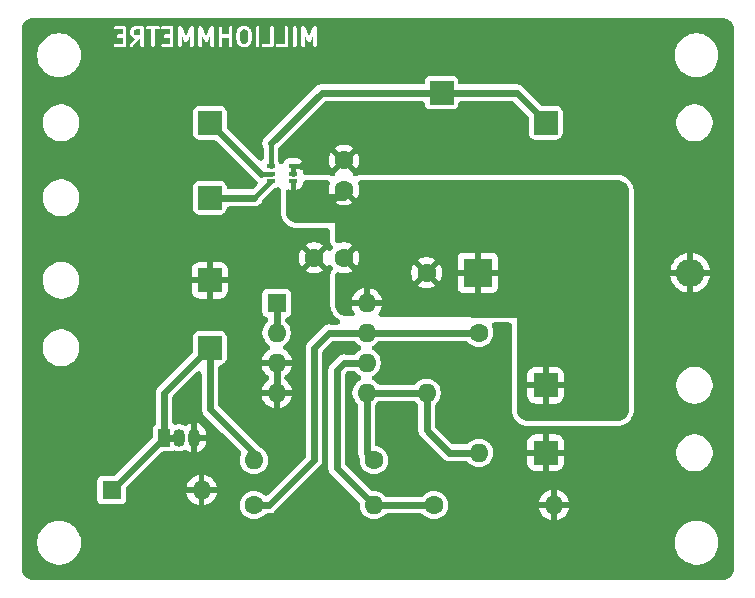
<source format=gbr>
%TF.GenerationSoftware,KiCad,Pcbnew,9.0.1*%
%TF.CreationDate,2025-04-26T11:03:13+02:00*%
%TF.ProjectId,PCB_milli,5043425f-6d69-46c6-9c69-2e6b69636164,rev?*%
%TF.SameCoordinates,Original*%
%TF.FileFunction,Copper,L2,Bot*%
%TF.FilePolarity,Positive*%
%FSLAX46Y46*%
G04 Gerber Fmt 4.6, Leading zero omitted, Abs format (unit mm)*
G04 Created by KiCad (PCBNEW 9.0.1) date 2025-04-26 11:03:13*
%MOMM*%
%LPD*%
G01*
G04 APERTURE LIST*
G04 Aperture macros list*
%AMRoundRect*
0 Rectangle with rounded corners*
0 $1 Rounding radius*
0 $2 $3 $4 $5 $6 $7 $8 $9 X,Y pos of 4 corners*
0 Add a 4 corners polygon primitive as box body*
4,1,4,$2,$3,$4,$5,$6,$7,$8,$9,$2,$3,0*
0 Add four circle primitives for the rounded corners*
1,1,$1+$1,$2,$3*
1,1,$1+$1,$4,$5*
1,1,$1+$1,$6,$7*
1,1,$1+$1,$8,$9*
0 Add four rect primitives between the rounded corners*
20,1,$1+$1,$2,$3,$4,$5,0*
20,1,$1+$1,$4,$5,$6,$7,0*
20,1,$1+$1,$6,$7,$8,$9,0*
20,1,$1+$1,$8,$9,$2,$3,0*%
G04 Aperture macros list end*
%ADD10C,0.300000*%
%TA.AperFunction,ComponentPad*%
%ADD11RoundRect,0.250001X-0.799999X0.799999X-0.799999X-0.799999X0.799999X-0.799999X0.799999X0.799999X0*%
%TD*%
%TA.AperFunction,ComponentPad*%
%ADD12C,1.600000*%
%TD*%
%TA.AperFunction,ComponentPad*%
%ADD13O,1.600000X1.600000*%
%TD*%
%TA.AperFunction,ComponentPad*%
%ADD14RoundRect,0.250001X0.799999X-0.799999X0.799999X0.799999X-0.799999X0.799999X-0.799999X-0.799999X0*%
%TD*%
%TA.AperFunction,ComponentPad*%
%ADD15R,2.400000X2.400000*%
%TD*%
%TA.AperFunction,ComponentPad*%
%ADD16O,2.400000X2.400000*%
%TD*%
%TA.AperFunction,ComponentPad*%
%ADD17R,1.600000X1.600000*%
%TD*%
%TA.AperFunction,ComponentPad*%
%ADD18R,2.000000X2.000000*%
%TD*%
%TA.AperFunction,ComponentPad*%
%ADD19R,1.050000X1.500000*%
%TD*%
%TA.AperFunction,ComponentPad*%
%ADD20O,1.050000X1.500000*%
%TD*%
%TA.AperFunction,SMDPad,CuDef*%
%ADD21RoundRect,0.100000X0.225000X0.100000X-0.225000X0.100000X-0.225000X-0.100000X0.225000X-0.100000X0*%
%TD*%
%TA.AperFunction,Conductor*%
%ADD22C,0.600000*%
%TD*%
%TA.AperFunction,Conductor*%
%ADD23C,0.400000*%
%TD*%
G04 APERTURE END LIST*
D10*
G36*
X50792348Y-35325535D02*
G01*
X50888614Y-35421801D01*
X50945487Y-35649291D01*
X50945487Y-36112364D01*
X50888614Y-36339854D01*
X50792348Y-36436121D01*
X50702935Y-36480828D01*
X50488040Y-36480828D01*
X50398627Y-36436121D01*
X50302360Y-36339854D01*
X50245487Y-36112362D01*
X50245487Y-35649293D01*
X50302360Y-35421801D01*
X50398627Y-35325534D01*
X50488040Y-35280828D01*
X50702934Y-35280828D01*
X50792348Y-35325535D01*
G37*
G36*
X41802629Y-35766542D02*
G01*
X41416610Y-35766542D01*
X41327196Y-35721835D01*
X41290191Y-35684830D01*
X41245486Y-35595418D01*
X41245486Y-35451951D01*
X41290191Y-35362540D01*
X41327196Y-35325535D01*
X41416610Y-35280828D01*
X41802629Y-35280828D01*
X41802629Y-35766542D01*
G37*
G36*
X56912156Y-36947495D02*
G01*
X39424558Y-36947495D01*
X39424558Y-35101564D01*
X39591225Y-35101564D01*
X39591225Y-35160092D01*
X39613623Y-35214164D01*
X39655007Y-35255548D01*
X39709079Y-35277946D01*
X39738343Y-35280828D01*
X40302629Y-35280828D01*
X40302629Y-35695114D01*
X39952629Y-35695114D01*
X39923365Y-35697996D01*
X39869293Y-35720394D01*
X39827909Y-35761778D01*
X39805511Y-35815850D01*
X39805511Y-35874378D01*
X39827909Y-35928450D01*
X39869293Y-35969834D01*
X39923365Y-35992232D01*
X39952629Y-35995114D01*
X40302629Y-35995114D01*
X40302629Y-36480828D01*
X39738343Y-36480828D01*
X39709079Y-36483710D01*
X39655007Y-36506108D01*
X39613623Y-36547492D01*
X39591225Y-36601564D01*
X39591225Y-36660092D01*
X39613623Y-36714164D01*
X39655007Y-36755548D01*
X39709079Y-36777946D01*
X39738343Y-36780828D01*
X40452629Y-36780828D01*
X40481893Y-36777946D01*
X40535965Y-36755548D01*
X40577349Y-36714164D01*
X40599747Y-36660092D01*
X40602629Y-36630828D01*
X40602629Y-35416542D01*
X40945486Y-35416542D01*
X40945486Y-35630828D01*
X40948368Y-35660092D01*
X40950430Y-35665070D01*
X40950812Y-35670446D01*
X40961322Y-35697910D01*
X41032750Y-35840767D01*
X41040677Y-35853360D01*
X41042193Y-35857020D01*
X41045574Y-35861139D01*
X41048415Y-35865653D01*
X41051408Y-35868249D01*
X41060848Y-35879751D01*
X41132277Y-35951180D01*
X41143781Y-35960621D01*
X41146376Y-35963613D01*
X41150885Y-35966451D01*
X41155008Y-35969835D01*
X41158669Y-35971351D01*
X41171261Y-35979278D01*
X41314119Y-36050706D01*
X41317553Y-36052020D01*
X40972601Y-36544809D01*
X40958180Y-36570435D01*
X40945521Y-36627577D01*
X40955692Y-36685213D01*
X40987145Y-36734570D01*
X41035093Y-36768134D01*
X41092235Y-36780793D01*
X41149871Y-36770622D01*
X41199228Y-36739169D01*
X41218371Y-36716847D01*
X41673584Y-36066542D01*
X41802629Y-36066542D01*
X41802629Y-36630828D01*
X41805511Y-36660092D01*
X41827909Y-36714164D01*
X41869293Y-36755548D01*
X41923365Y-36777946D01*
X41981893Y-36777946D01*
X42035965Y-36755548D01*
X42077349Y-36714164D01*
X42099747Y-36660092D01*
X42102629Y-36630828D01*
X42102629Y-35130828D01*
X42099747Y-35101564D01*
X42305511Y-35101564D01*
X42305511Y-35160092D01*
X42327909Y-35214164D01*
X42369293Y-35255548D01*
X42423365Y-35277946D01*
X42452629Y-35280828D01*
X42731200Y-35280828D01*
X42731200Y-36630828D01*
X42734082Y-36660092D01*
X42756480Y-36714164D01*
X42797864Y-36755548D01*
X42851936Y-36777946D01*
X42910464Y-36777946D01*
X42964536Y-36755548D01*
X43005920Y-36714164D01*
X43028318Y-36660092D01*
X43031200Y-36630828D01*
X43031200Y-35280828D01*
X43309771Y-35280828D01*
X43339035Y-35277946D01*
X43393107Y-35255548D01*
X43434491Y-35214164D01*
X43456889Y-35160092D01*
X43456889Y-35101564D01*
X43591225Y-35101564D01*
X43591225Y-35160092D01*
X43613623Y-35214164D01*
X43655007Y-35255548D01*
X43709079Y-35277946D01*
X43738343Y-35280828D01*
X44302629Y-35280828D01*
X44302629Y-35695114D01*
X43952629Y-35695114D01*
X43923365Y-35697996D01*
X43869293Y-35720394D01*
X43827909Y-35761778D01*
X43805511Y-35815850D01*
X43805511Y-35874378D01*
X43827909Y-35928450D01*
X43869293Y-35969834D01*
X43923365Y-35992232D01*
X43952629Y-35995114D01*
X44302629Y-35995114D01*
X44302629Y-36480828D01*
X43738343Y-36480828D01*
X43709079Y-36483710D01*
X43655007Y-36506108D01*
X43613623Y-36547492D01*
X43591225Y-36601564D01*
X43591225Y-36660092D01*
X43613623Y-36714164D01*
X43655007Y-36755548D01*
X43709079Y-36777946D01*
X43738343Y-36780828D01*
X44452629Y-36780828D01*
X44481893Y-36777946D01*
X44535965Y-36755548D01*
X44577349Y-36714164D01*
X44599747Y-36660092D01*
X44602629Y-36630828D01*
X44602629Y-35130828D01*
X45016915Y-35130828D01*
X45016915Y-36630828D01*
X45019797Y-36660092D01*
X45042195Y-36714164D01*
X45083579Y-36755548D01*
X45137651Y-36777946D01*
X45196179Y-36777946D01*
X45250251Y-36755548D01*
X45291635Y-36714164D01*
X45314033Y-36660092D01*
X45316915Y-36630828D01*
X45316915Y-35806961D01*
X45530988Y-36265690D01*
X45537334Y-36276403D01*
X45538655Y-36280035D01*
X45541006Y-36282603D01*
X45545975Y-36290990D01*
X45562780Y-36306380D01*
X45578182Y-36323198D01*
X45584225Y-36326018D01*
X45589138Y-36330517D01*
X45610558Y-36338306D01*
X45631220Y-36347948D01*
X45637877Y-36348240D01*
X45644140Y-36350518D01*
X45666919Y-36349517D01*
X45689690Y-36350518D01*
X45695949Y-36348241D01*
X45702611Y-36347949D01*
X45723278Y-36338304D01*
X45744693Y-36330517D01*
X45749606Y-36326017D01*
X45755648Y-36323198D01*
X45771043Y-36306385D01*
X45787856Y-36290990D01*
X45792824Y-36282601D01*
X45795175Y-36280035D01*
X45796494Y-36276405D01*
X45802842Y-36265690D01*
X46016915Y-35806962D01*
X46016915Y-36630828D01*
X46019797Y-36660092D01*
X46042195Y-36714164D01*
X46083579Y-36755548D01*
X46137651Y-36777946D01*
X46196179Y-36777946D01*
X46250251Y-36755548D01*
X46291635Y-36714164D01*
X46314033Y-36660092D01*
X46316915Y-36630828D01*
X46316915Y-35130828D01*
X46731201Y-35130828D01*
X46731201Y-36630828D01*
X46734083Y-36660092D01*
X46756481Y-36714164D01*
X46797865Y-36755548D01*
X46851937Y-36777946D01*
X46910465Y-36777946D01*
X46964537Y-36755548D01*
X47005921Y-36714164D01*
X47028319Y-36660092D01*
X47031201Y-36630828D01*
X47031201Y-35806961D01*
X47245274Y-36265690D01*
X47251620Y-36276403D01*
X47252941Y-36280035D01*
X47255292Y-36282603D01*
X47260261Y-36290990D01*
X47277066Y-36306380D01*
X47292468Y-36323198D01*
X47298511Y-36326018D01*
X47303424Y-36330517D01*
X47324844Y-36338306D01*
X47345506Y-36347948D01*
X47352163Y-36348240D01*
X47358426Y-36350518D01*
X47381205Y-36349517D01*
X47403976Y-36350518D01*
X47410235Y-36348241D01*
X47416897Y-36347949D01*
X47437564Y-36338304D01*
X47458979Y-36330517D01*
X47463892Y-36326017D01*
X47469934Y-36323198D01*
X47485329Y-36306385D01*
X47502142Y-36290990D01*
X47507110Y-36282601D01*
X47509461Y-36280035D01*
X47510780Y-36276405D01*
X47517128Y-36265690D01*
X47731201Y-35806962D01*
X47731201Y-36630828D01*
X47734083Y-36660092D01*
X47756481Y-36714164D01*
X47797865Y-36755548D01*
X47851937Y-36777946D01*
X47910465Y-36777946D01*
X47964537Y-36755548D01*
X48005921Y-36714164D01*
X48028319Y-36660092D01*
X48031201Y-36630828D01*
X48031201Y-35130828D01*
X48445487Y-35130828D01*
X48445487Y-36630828D01*
X48448369Y-36660092D01*
X48470767Y-36714164D01*
X48512151Y-36755548D01*
X48566223Y-36777946D01*
X48624751Y-36777946D01*
X48678823Y-36755548D01*
X48720207Y-36714164D01*
X48742605Y-36660092D01*
X48745487Y-36630828D01*
X48745487Y-35995114D01*
X49302630Y-35995114D01*
X49302630Y-36630828D01*
X49305512Y-36660092D01*
X49327910Y-36714164D01*
X49369294Y-36755548D01*
X49423366Y-36777946D01*
X49481894Y-36777946D01*
X49535966Y-36755548D01*
X49577350Y-36714164D01*
X49599748Y-36660092D01*
X49602630Y-36630828D01*
X49602630Y-35630828D01*
X49945487Y-35630828D01*
X49945487Y-36130828D01*
X49945989Y-36135931D01*
X49945664Y-36138119D01*
X49947283Y-36149070D01*
X49948369Y-36160092D01*
X49949215Y-36162136D01*
X49949966Y-36167209D01*
X50021395Y-36452922D01*
X50031288Y-36480613D01*
X50037927Y-36489573D01*
X50042195Y-36499877D01*
X50060850Y-36522608D01*
X50203707Y-36665466D01*
X50215213Y-36674909D01*
X50217806Y-36677899D01*
X50222311Y-36680735D01*
X50226437Y-36684121D01*
X50230100Y-36685638D01*
X50242691Y-36693564D01*
X50385549Y-36764992D01*
X50413012Y-36775502D01*
X50418387Y-36775883D01*
X50423366Y-36777946D01*
X50452630Y-36780828D01*
X50738344Y-36780828D01*
X50767608Y-36777946D01*
X50772586Y-36775883D01*
X50777962Y-36775502D01*
X50805425Y-36764992D01*
X50948284Y-36693564D01*
X50960874Y-36685638D01*
X50964538Y-36684121D01*
X50968663Y-36680735D01*
X50973169Y-36677899D01*
X50975762Y-36674909D01*
X50987268Y-36665466D01*
X51130125Y-36522608D01*
X51148780Y-36499877D01*
X51153047Y-36489573D01*
X51159687Y-36480613D01*
X51169580Y-36452922D01*
X51241008Y-36167208D01*
X51241757Y-36162136D01*
X51242605Y-36160092D01*
X51243690Y-36149069D01*
X51245310Y-36138119D01*
X51244984Y-36135931D01*
X51245487Y-36130828D01*
X51245487Y-35630828D01*
X51244984Y-35625724D01*
X51245310Y-35623537D01*
X51243690Y-35612586D01*
X51242605Y-35601564D01*
X51241757Y-35599519D01*
X51241008Y-35594448D01*
X51169580Y-35308734D01*
X51159687Y-35281043D01*
X51153048Y-35272083D01*
X51148780Y-35261778D01*
X51130125Y-35239048D01*
X51021905Y-35130828D01*
X51588345Y-35130828D01*
X51588345Y-36630828D01*
X51591227Y-36660092D01*
X51613625Y-36714164D01*
X51655009Y-36755548D01*
X51709081Y-36777946D01*
X51767609Y-36777946D01*
X51821681Y-36755548D01*
X51863065Y-36714164D01*
X51885463Y-36660092D01*
X51888345Y-36630828D01*
X51888345Y-36601564D01*
X52091227Y-36601564D01*
X52091227Y-36660092D01*
X52113625Y-36714164D01*
X52155009Y-36755548D01*
X52209081Y-36777946D01*
X52238345Y-36780828D01*
X52952631Y-36780828D01*
X52981895Y-36777946D01*
X53035967Y-36755548D01*
X53077351Y-36714164D01*
X53099749Y-36660092D01*
X53102631Y-36630828D01*
X53102631Y-36601564D01*
X53305513Y-36601564D01*
X53305513Y-36660092D01*
X53327911Y-36714164D01*
X53369295Y-36755548D01*
X53423367Y-36777946D01*
X53452631Y-36780828D01*
X54166917Y-36780828D01*
X54196181Y-36777946D01*
X54250253Y-36755548D01*
X54291637Y-36714164D01*
X54314035Y-36660092D01*
X54316917Y-36630828D01*
X54316917Y-35130828D01*
X54731203Y-35130828D01*
X54731203Y-36630828D01*
X54734085Y-36660092D01*
X54756483Y-36714164D01*
X54797867Y-36755548D01*
X54851939Y-36777946D01*
X54910467Y-36777946D01*
X54964539Y-36755548D01*
X55005923Y-36714164D01*
X55028321Y-36660092D01*
X55031203Y-36630828D01*
X55031203Y-35130828D01*
X55445489Y-35130828D01*
X55445489Y-36630828D01*
X55448371Y-36660092D01*
X55470769Y-36714164D01*
X55512153Y-36755548D01*
X55566225Y-36777946D01*
X55624753Y-36777946D01*
X55678825Y-36755548D01*
X55720209Y-36714164D01*
X55742607Y-36660092D01*
X55745489Y-36630828D01*
X55745489Y-35806961D01*
X55959562Y-36265690D01*
X55965908Y-36276403D01*
X55967229Y-36280035D01*
X55969580Y-36282603D01*
X55974549Y-36290990D01*
X55991354Y-36306380D01*
X56006756Y-36323198D01*
X56012799Y-36326018D01*
X56017712Y-36330517D01*
X56039132Y-36338306D01*
X56059794Y-36347948D01*
X56066451Y-36348240D01*
X56072714Y-36350518D01*
X56095493Y-36349517D01*
X56118264Y-36350518D01*
X56124523Y-36348241D01*
X56131185Y-36347949D01*
X56151852Y-36338304D01*
X56173267Y-36330517D01*
X56178180Y-36326017D01*
X56184222Y-36323198D01*
X56199617Y-36306385D01*
X56216430Y-36290990D01*
X56221398Y-36282601D01*
X56223749Y-36280035D01*
X56225068Y-36276405D01*
X56231416Y-36265690D01*
X56445489Y-35806962D01*
X56445489Y-36630828D01*
X56448371Y-36660092D01*
X56470769Y-36714164D01*
X56512153Y-36755548D01*
X56566225Y-36777946D01*
X56624753Y-36777946D01*
X56678825Y-36755548D01*
X56720209Y-36714164D01*
X56742607Y-36660092D01*
X56745489Y-36630828D01*
X56745489Y-35130828D01*
X56743594Y-35111590D01*
X56743750Y-35108052D01*
X56743058Y-35106151D01*
X56742607Y-35101564D01*
X56732646Y-35077518D01*
X56723749Y-35053050D01*
X56721489Y-35050582D01*
X56720209Y-35047492D01*
X56701811Y-35029094D01*
X56684222Y-35009887D01*
X56681188Y-35008471D01*
X56678825Y-35006108D01*
X56654794Y-34996154D01*
X56631185Y-34985136D01*
X56627840Y-34984989D01*
X56624753Y-34983710D01*
X56598729Y-34983710D01*
X56572714Y-34982567D01*
X56569571Y-34983710D01*
X56566225Y-34983710D01*
X56542172Y-34993673D01*
X56517712Y-35002568D01*
X56515244Y-35004827D01*
X56512153Y-35006108D01*
X56493744Y-35024516D01*
X56474549Y-35042095D01*
X56472199Y-35046061D01*
X56470769Y-35047492D01*
X56469413Y-35050764D01*
X56459562Y-35067395D01*
X56095489Y-35847551D01*
X55731416Y-35067395D01*
X55721562Y-35050760D01*
X55720209Y-35047492D01*
X55718780Y-35046063D01*
X55716430Y-35042095D01*
X55697222Y-35024505D01*
X55678825Y-35006108D01*
X55675734Y-35004827D01*
X55673267Y-35002568D01*
X55648801Y-34993671D01*
X55624753Y-34983710D01*
X55621407Y-34983710D01*
X55618264Y-34982567D01*
X55592260Y-34983710D01*
X55566225Y-34983710D01*
X55563134Y-34984990D01*
X55559794Y-34985137D01*
X55536198Y-34996147D01*
X55512153Y-35006108D01*
X55509789Y-35008471D01*
X55506756Y-35009887D01*
X55489166Y-35029094D01*
X55470769Y-35047492D01*
X55469488Y-35050582D01*
X55467229Y-35053050D01*
X55458332Y-35077515D01*
X55448371Y-35101564D01*
X55447919Y-35106152D01*
X55447228Y-35108053D01*
X55447383Y-35111591D01*
X55445489Y-35130828D01*
X55031203Y-35130828D01*
X55028321Y-35101564D01*
X55005923Y-35047492D01*
X54964539Y-35006108D01*
X54910467Y-34983710D01*
X54851939Y-34983710D01*
X54797867Y-35006108D01*
X54756483Y-35047492D01*
X54734085Y-35101564D01*
X54731203Y-35130828D01*
X54316917Y-35130828D01*
X54314035Y-35101564D01*
X54291637Y-35047492D01*
X54250253Y-35006108D01*
X54196181Y-34983710D01*
X54137653Y-34983710D01*
X54083581Y-35006108D01*
X54042197Y-35047492D01*
X54019799Y-35101564D01*
X54016917Y-35130828D01*
X54016917Y-36480828D01*
X53452631Y-36480828D01*
X53423367Y-36483710D01*
X53369295Y-36506108D01*
X53327911Y-36547492D01*
X53305513Y-36601564D01*
X53102631Y-36601564D01*
X53102631Y-35130828D01*
X53099749Y-35101564D01*
X53077351Y-35047492D01*
X53035967Y-35006108D01*
X52981895Y-34983710D01*
X52923367Y-34983710D01*
X52869295Y-35006108D01*
X52827911Y-35047492D01*
X52805513Y-35101564D01*
X52802631Y-35130828D01*
X52802631Y-36480828D01*
X52238345Y-36480828D01*
X52209081Y-36483710D01*
X52155009Y-36506108D01*
X52113625Y-36547492D01*
X52091227Y-36601564D01*
X51888345Y-36601564D01*
X51888345Y-35130828D01*
X51885463Y-35101564D01*
X51863065Y-35047492D01*
X51821681Y-35006108D01*
X51767609Y-34983710D01*
X51709081Y-34983710D01*
X51655009Y-35006108D01*
X51613625Y-35047492D01*
X51591227Y-35101564D01*
X51588345Y-35130828D01*
X51021905Y-35130828D01*
X50987268Y-35096191D01*
X50975766Y-35086751D01*
X50973170Y-35083758D01*
X50968656Y-35080917D01*
X50964537Y-35077536D01*
X50960877Y-35076020D01*
X50948284Y-35068093D01*
X50805426Y-34996664D01*
X50777963Y-34986154D01*
X50772585Y-34985771D01*
X50767608Y-34983710D01*
X50738344Y-34980828D01*
X50452630Y-34980828D01*
X50423366Y-34983710D01*
X50418385Y-34985773D01*
X50413011Y-34986155D01*
X50385547Y-34996664D01*
X50242691Y-35068093D01*
X50230099Y-35076019D01*
X50226437Y-35077536D01*
X50222314Y-35080919D01*
X50217805Y-35083758D01*
X50215209Y-35086750D01*
X50203707Y-35096191D01*
X50060850Y-35239048D01*
X50042195Y-35261779D01*
X50037927Y-35272082D01*
X50031288Y-35281043D01*
X50021395Y-35308734D01*
X49949966Y-35594447D01*
X49949215Y-35599519D01*
X49948369Y-35601564D01*
X49947283Y-35612585D01*
X49945664Y-35623537D01*
X49945989Y-35625724D01*
X49945487Y-35630828D01*
X49602630Y-35630828D01*
X49602630Y-35130828D01*
X49599748Y-35101564D01*
X49577350Y-35047492D01*
X49535966Y-35006108D01*
X49481894Y-34983710D01*
X49423366Y-34983710D01*
X49369294Y-35006108D01*
X49327910Y-35047492D01*
X49305512Y-35101564D01*
X49302630Y-35130828D01*
X49302630Y-35695114D01*
X48745487Y-35695114D01*
X48745487Y-35130828D01*
X48742605Y-35101564D01*
X48720207Y-35047492D01*
X48678823Y-35006108D01*
X48624751Y-34983710D01*
X48566223Y-34983710D01*
X48512151Y-35006108D01*
X48470767Y-35047492D01*
X48448369Y-35101564D01*
X48445487Y-35130828D01*
X48031201Y-35130828D01*
X48029306Y-35111590D01*
X48029462Y-35108052D01*
X48028770Y-35106151D01*
X48028319Y-35101564D01*
X48018358Y-35077518D01*
X48009461Y-35053050D01*
X48007201Y-35050582D01*
X48005921Y-35047492D01*
X47987523Y-35029094D01*
X47969934Y-35009887D01*
X47966900Y-35008471D01*
X47964537Y-35006108D01*
X47940506Y-34996154D01*
X47916897Y-34985136D01*
X47913552Y-34984989D01*
X47910465Y-34983710D01*
X47884441Y-34983710D01*
X47858426Y-34982567D01*
X47855283Y-34983710D01*
X47851937Y-34983710D01*
X47827884Y-34993673D01*
X47803424Y-35002568D01*
X47800956Y-35004827D01*
X47797865Y-35006108D01*
X47779456Y-35024516D01*
X47760261Y-35042095D01*
X47757911Y-35046061D01*
X47756481Y-35047492D01*
X47755125Y-35050764D01*
X47745274Y-35067395D01*
X47381201Y-35847551D01*
X47017128Y-35067395D01*
X47007274Y-35050760D01*
X47005921Y-35047492D01*
X47004492Y-35046063D01*
X47002142Y-35042095D01*
X46982934Y-35024505D01*
X46964537Y-35006108D01*
X46961446Y-35004827D01*
X46958979Y-35002568D01*
X46934513Y-34993671D01*
X46910465Y-34983710D01*
X46907119Y-34983710D01*
X46903976Y-34982567D01*
X46877972Y-34983710D01*
X46851937Y-34983710D01*
X46848846Y-34984990D01*
X46845506Y-34985137D01*
X46821910Y-34996147D01*
X46797865Y-35006108D01*
X46795501Y-35008471D01*
X46792468Y-35009887D01*
X46774878Y-35029094D01*
X46756481Y-35047492D01*
X46755200Y-35050582D01*
X46752941Y-35053050D01*
X46744044Y-35077515D01*
X46734083Y-35101564D01*
X46733631Y-35106152D01*
X46732940Y-35108053D01*
X46733095Y-35111591D01*
X46731201Y-35130828D01*
X46316915Y-35130828D01*
X46315020Y-35111590D01*
X46315176Y-35108052D01*
X46314484Y-35106151D01*
X46314033Y-35101564D01*
X46304072Y-35077518D01*
X46295175Y-35053050D01*
X46292915Y-35050582D01*
X46291635Y-35047492D01*
X46273237Y-35029094D01*
X46255648Y-35009887D01*
X46252614Y-35008471D01*
X46250251Y-35006108D01*
X46226220Y-34996154D01*
X46202611Y-34985136D01*
X46199266Y-34984989D01*
X46196179Y-34983710D01*
X46170155Y-34983710D01*
X46144140Y-34982567D01*
X46140997Y-34983710D01*
X46137651Y-34983710D01*
X46113598Y-34993673D01*
X46089138Y-35002568D01*
X46086670Y-35004827D01*
X46083579Y-35006108D01*
X46065170Y-35024516D01*
X46045975Y-35042095D01*
X46043625Y-35046061D01*
X46042195Y-35047492D01*
X46040839Y-35050764D01*
X46030988Y-35067395D01*
X45666915Y-35847551D01*
X45302842Y-35067395D01*
X45292988Y-35050760D01*
X45291635Y-35047492D01*
X45290206Y-35046063D01*
X45287856Y-35042095D01*
X45268648Y-35024505D01*
X45250251Y-35006108D01*
X45247160Y-35004827D01*
X45244693Y-35002568D01*
X45220227Y-34993671D01*
X45196179Y-34983710D01*
X45192833Y-34983710D01*
X45189690Y-34982567D01*
X45163686Y-34983710D01*
X45137651Y-34983710D01*
X45134560Y-34984990D01*
X45131220Y-34985137D01*
X45107624Y-34996147D01*
X45083579Y-35006108D01*
X45081215Y-35008471D01*
X45078182Y-35009887D01*
X45060592Y-35029094D01*
X45042195Y-35047492D01*
X45040914Y-35050582D01*
X45038655Y-35053050D01*
X45029758Y-35077515D01*
X45019797Y-35101564D01*
X45019345Y-35106152D01*
X45018654Y-35108053D01*
X45018809Y-35111591D01*
X45016915Y-35130828D01*
X44602629Y-35130828D01*
X44599747Y-35101564D01*
X44577349Y-35047492D01*
X44535965Y-35006108D01*
X44481893Y-34983710D01*
X44452629Y-34980828D01*
X43738343Y-34980828D01*
X43709079Y-34983710D01*
X43655007Y-35006108D01*
X43613623Y-35047492D01*
X43591225Y-35101564D01*
X43456889Y-35101564D01*
X43434491Y-35047492D01*
X43393107Y-35006108D01*
X43339035Y-34983710D01*
X43309771Y-34980828D01*
X42452629Y-34980828D01*
X42423365Y-34983710D01*
X42369293Y-35006108D01*
X42327909Y-35047492D01*
X42305511Y-35101564D01*
X42099747Y-35101564D01*
X42077349Y-35047492D01*
X42035965Y-35006108D01*
X41981893Y-34983710D01*
X41952629Y-34980828D01*
X41381200Y-34980828D01*
X41351936Y-34983710D01*
X41346955Y-34985773D01*
X41341581Y-34986155D01*
X41314117Y-34996664D01*
X41171261Y-35068093D01*
X41158667Y-35076020D01*
X41155008Y-35077536D01*
X41150887Y-35080917D01*
X41146375Y-35083758D01*
X41143778Y-35086751D01*
X41132278Y-35096190D01*
X41060849Y-35167618D01*
X41051409Y-35179120D01*
X41048415Y-35181717D01*
X41045573Y-35186231D01*
X41042194Y-35190349D01*
X41040678Y-35194007D01*
X41032750Y-35206603D01*
X40961322Y-35349460D01*
X40950812Y-35376924D01*
X40950430Y-35382299D01*
X40948368Y-35387278D01*
X40945486Y-35416542D01*
X40602629Y-35416542D01*
X40602629Y-35130828D01*
X40599747Y-35101564D01*
X40577349Y-35047492D01*
X40535965Y-35006108D01*
X40481893Y-34983710D01*
X40452629Y-34980828D01*
X39738343Y-34980828D01*
X39709079Y-34983710D01*
X39655007Y-35006108D01*
X39613623Y-35047492D01*
X39591225Y-35101564D01*
X39424558Y-35101564D01*
X39424558Y-34814161D01*
X56912156Y-34814161D01*
X56912156Y-36947495D01*
G37*
D11*
%TO.P,H3,1,Pin_1*%
%TO.N,Net-(H3-Pin_1)*%
X47700000Y-49530000D03*
%TD*%
D12*
%TO.P,R1,1*%
%TO.N,Net-(U2B-+)*%
X61595000Y-71755000D03*
D13*
%TO.P,R1,2*%
%TO.N,Net-(D1-K)*%
X51435000Y-71755000D03*
%TD*%
D14*
%TO.P,H7,1,Pin_1*%
%TO.N,Net-(H7-Pin_1)*%
X76125000Y-43180000D03*
%TD*%
D15*
%TO.P,C3,1*%
%TO.N,+5VP*%
X70375000Y-55880000D03*
D16*
%TO.P,C3,2*%
%TO.N,GND*%
X88375000Y-55880000D03*
%TD*%
D14*
%TO.P,H2,1,Pin_1*%
%TO.N,GND*%
X76125000Y-71120000D03*
%TD*%
D17*
%TO.P,U2,1*%
%TO.N,Net-(U2A--)*%
X53350000Y-58430000D03*
D13*
%TO.P,U2,2,-*%
X53350000Y-60970000D03*
%TO.P,U2,3,+*%
%TO.N,GND*%
X53350000Y-63510000D03*
%TO.P,U2,4,V-*%
X53350000Y-66050000D03*
%TO.P,U2,5,+*%
%TO.N,Net-(U2B-+)*%
X60970000Y-66050000D03*
%TO.P,U2,6,-*%
%TO.N,Net-(U2B--)*%
X60970000Y-63510000D03*
%TO.P,U2,7*%
%TO.N,Net-(R3-Pad1)*%
X60970000Y-60970000D03*
%TO.P,U2,8,V+*%
%TO.N,+5VP*%
X60970000Y-58430000D03*
%TD*%
D18*
%TO.P,TP1,1,1*%
%TO.N,Net-(H7-Pin_1)*%
X67310000Y-40640000D03*
%TD*%
D12*
%TO.P,R2,1*%
%TO.N,+5VP*%
X66040000Y-55880000D03*
D13*
%TO.P,R2,2*%
%TO.N,Net-(U2B-+)*%
X66040000Y-66040000D03*
%TD*%
D12*
%TO.P,R4,1*%
%TO.N,Net-(U2B--)*%
X66675000Y-75565000D03*
D13*
%TO.P,R4,2*%
%TO.N,GND*%
X76835000Y-75565000D03*
%TD*%
D11*
%TO.P,H6,1,Pin_1*%
%TO.N,Net-(D1-K)*%
X47700000Y-62230000D03*
%TD*%
%TO.P,H4,1,Pin_1*%
%TO.N,Net-(H4-Pin_1)*%
X47700000Y-43180000D03*
%TD*%
D14*
%TO.P,H1,1,Pin_1*%
%TO.N,+5VP*%
X76125000Y-65405000D03*
%TD*%
D12*
%TO.P,R5,1*%
%TO.N,Net-(R3-Pad1)*%
X51435000Y-75565000D03*
D13*
%TO.P,R5,2*%
%TO.N,Net-(U2B--)*%
X61595000Y-75565000D03*
%TD*%
D17*
%TO.P,D1,1,K*%
%TO.N,Net-(D1-K)*%
X39370000Y-74295000D03*
D13*
%TO.P,D1,2,A*%
%TO.N,GND*%
X46990000Y-74295000D03*
%TD*%
D12*
%TO.P,C2,1*%
%TO.N,+5VP*%
X59055000Y-48875000D03*
%TO.P,C2,2*%
%TO.N,GND*%
X59055000Y-46375000D03*
%TD*%
%TO.P,R3,1*%
%TO.N,Net-(R3-Pad1)*%
X70485000Y-60960000D03*
D13*
%TO.P,R3,2*%
%TO.N,Net-(U2B-+)*%
X70485000Y-71120000D03*
%TD*%
D11*
%TO.P,H5,1,Pin_1*%
%TO.N,GND*%
X47700000Y-56515000D03*
%TD*%
D19*
%TO.P,Q1,1,C*%
%TO.N,Net-(D1-K)*%
X43815000Y-69850000D03*
D20*
%TO.P,Q1,2,B*%
X45085000Y-69850000D03*
%TO.P,Q1,3,E*%
%TO.N,GND*%
X46355000Y-69850000D03*
%TD*%
D12*
%TO.P,C1,1*%
%TO.N,+5VP*%
X59035000Y-54610000D03*
%TO.P,C1,2*%
%TO.N,GND*%
X56535000Y-54610000D03*
%TD*%
D21*
%TO.P,U1,1,REF*%
%TO.N,GND*%
X54750000Y-46848000D03*
%TO.P,U1,2,GND*%
X54750000Y-47498000D03*
%TO.P,U1,3,V+*%
%TO.N,+5VP*%
X54750000Y-48148000D03*
%TO.P,U1,4,+*%
%TO.N,Net-(H3-Pin_1)*%
X52850000Y-48148000D03*
%TO.P,U1,5,-*%
%TO.N,Net-(H4-Pin_1)*%
X52850000Y-47498000D03*
%TO.P,U1,6*%
%TO.N,Net-(H7-Pin_1)*%
X52850000Y-46848000D03*
%TD*%
D22*
%TO.N,Net-(R3-Pad1)*%
X62230000Y-60960000D02*
X70485000Y-60960000D01*
X62220000Y-60970000D02*
X62230000Y-60960000D01*
X60970000Y-60970000D02*
X62220000Y-60970000D01*
%TO.N,Net-(U2B-+)*%
X67945000Y-71120000D02*
X70485000Y-71120000D01*
X66040000Y-69215000D02*
X67945000Y-71120000D01*
X66040000Y-66040000D02*
X66040000Y-69215000D01*
X66030000Y-66050000D02*
X66040000Y-66040000D01*
X60970000Y-66050000D02*
X66030000Y-66050000D01*
D23*
%TO.N,+5VP*%
X54750000Y-48148000D02*
X54750000Y-49289000D01*
D22*
X55332000Y-49490000D02*
X59055000Y-49490000D01*
X54864000Y-49403000D02*
X55245000Y-49403000D01*
X54750000Y-49289000D02*
X54864000Y-49403000D01*
X55245000Y-49403000D02*
X55332000Y-49490000D01*
D23*
%TO.N,GND*%
X54750000Y-46848000D02*
X55387000Y-46848000D01*
D22*
X57745000Y-44490000D02*
X59055000Y-44490000D01*
D23*
X54750000Y-47498000D02*
X54750000Y-46848000D01*
D22*
X53350000Y-63509999D02*
X53350000Y-66050000D01*
X55387000Y-46848000D02*
X57745000Y-44490000D01*
%TO.N,Net-(D1-K)*%
X43815000Y-69850000D02*
X39370000Y-74295000D01*
X51435000Y-71120000D02*
X47700000Y-67385000D01*
X47700000Y-67385000D02*
X47700000Y-62230000D01*
X47625000Y-62230000D02*
X43815000Y-66040000D01*
X45085000Y-69850000D02*
X43815000Y-69850000D01*
X51435000Y-71755000D02*
X51435000Y-71120000D01*
X47700000Y-62230000D02*
X47625000Y-62230000D01*
X43815000Y-66040000D02*
X43815000Y-69850000D01*
D23*
%TO.N,Net-(H3-Pin_1)*%
X51468000Y-49530000D02*
X52850000Y-48148000D01*
D22*
X47700000Y-49530000D02*
X51468000Y-49530000D01*
D23*
%TO.N,Net-(H4-Pin_1)*%
X52018000Y-47498000D02*
X52850000Y-47498000D01*
D22*
X47700000Y-43180000D02*
X52018000Y-47498000D01*
%TO.N,Net-(H7-Pin_1)*%
X67310000Y-40640000D02*
X57150000Y-40640000D01*
D23*
X52850000Y-46848000D02*
X52850000Y-44940000D01*
D22*
X73660000Y-40640000D02*
X67310000Y-40640000D01*
X73660000Y-40640000D02*
X76125000Y-43105000D01*
X52850000Y-44940000D02*
X57150000Y-40640000D01*
X76125000Y-43105000D02*
X76125000Y-43180000D01*
%TO.N,Net-(R3-Pad1)*%
X57795000Y-60970000D02*
X57785000Y-60960000D01*
X52705000Y-75565000D02*
X51435000Y-75565000D01*
X56515000Y-71755000D02*
X52705000Y-75565000D01*
X56515000Y-62230000D02*
X56515000Y-71755000D01*
X60970000Y-60970000D02*
X57795000Y-60970000D01*
X57785000Y-60960000D02*
X56515000Y-62230000D01*
%TO.N,Net-(U2A--)*%
X53350000Y-58430000D02*
X53350000Y-60970000D01*
%TO.N,Net-(U2B--)*%
X66675000Y-75565000D02*
X61595000Y-75565000D01*
X59065000Y-63510000D02*
X59055000Y-63500000D01*
X60970000Y-63510000D02*
X59065000Y-63510000D01*
X58420000Y-64135000D02*
X58420000Y-72390000D01*
X58420000Y-72390000D02*
X61595000Y-75565000D01*
X59055000Y-63500000D02*
X58420000Y-64135000D01*
%TO.N,Net-(U2B-+)*%
X60970000Y-66050000D02*
X60970000Y-71130000D01*
X60970000Y-71130000D02*
X61595000Y-71755000D01*
%TD*%
%TA.AperFunction,Conductor*%
%TO.N,+5VP*%
G36*
X57727711Y-48024954D02*
G01*
X57808493Y-48078930D01*
X57862469Y-48159712D01*
X57881423Y-48255000D01*
X57862469Y-48350288D01*
X57854284Y-48368043D01*
X57850242Y-48375974D01*
X57850240Y-48375980D01*
X57787009Y-48570586D01*
X57755001Y-48772676D01*
X57755000Y-48772692D01*
X57755000Y-48977307D01*
X57755001Y-48977323D01*
X57787009Y-49179413D01*
X57850240Y-49374019D01*
X57850242Y-49374025D01*
X57943140Y-49556350D01*
X57975523Y-49600920D01*
X58655000Y-48921443D01*
X58655000Y-48927661D01*
X58682259Y-49029394D01*
X58734920Y-49120606D01*
X58809394Y-49195080D01*
X58900606Y-49247741D01*
X59002339Y-49275000D01*
X59008553Y-49275000D01*
X58329078Y-49954475D01*
X58373652Y-49986860D01*
X58555974Y-50079757D01*
X58555980Y-50079759D01*
X58750586Y-50142990D01*
X58952676Y-50174998D01*
X58952692Y-50175000D01*
X59157308Y-50175000D01*
X59157323Y-50174998D01*
X59359413Y-50142990D01*
X59554019Y-50079759D01*
X59554025Y-50079757D01*
X59736342Y-49986863D01*
X59736347Y-49986859D01*
X59780920Y-49954474D01*
X59780921Y-49954474D01*
X59101447Y-49275000D01*
X59107661Y-49275000D01*
X59209394Y-49247741D01*
X59300606Y-49195080D01*
X59375080Y-49120606D01*
X59427741Y-49029394D01*
X59455000Y-48927661D01*
X59455000Y-48921446D01*
X60134474Y-49600920D01*
X60166859Y-49556347D01*
X60166863Y-49556342D01*
X60259757Y-49374025D01*
X60259759Y-49374019D01*
X60322990Y-49179413D01*
X60354998Y-48977323D01*
X60355000Y-48977307D01*
X60355000Y-48772692D01*
X60354998Y-48772676D01*
X60322990Y-48570586D01*
X60259759Y-48375980D01*
X60259757Y-48375974D01*
X60255716Y-48368043D01*
X60229345Y-48274535D01*
X60240764Y-48178054D01*
X60288236Y-48093287D01*
X60364534Y-48033139D01*
X60458042Y-48006768D01*
X60477577Y-48006000D01*
X82172766Y-48006000D01*
X82197172Y-48007199D01*
X82240820Y-48011497D01*
X82355689Y-48022811D01*
X82403555Y-48032333D01*
X82544217Y-48075002D01*
X82589307Y-48093678D01*
X82712847Y-48159712D01*
X82718939Y-48162968D01*
X82759524Y-48190086D01*
X82873148Y-48283334D01*
X82907665Y-48317851D01*
X83000913Y-48431475D01*
X83028031Y-48472060D01*
X83097319Y-48601688D01*
X83115999Y-48646786D01*
X83158665Y-48787439D01*
X83168188Y-48835312D01*
X83183801Y-48993826D01*
X83185000Y-49018233D01*
X83185000Y-67440766D01*
X83183801Y-67465172D01*
X83183801Y-67465173D01*
X83168188Y-67623687D01*
X83158665Y-67671560D01*
X83115999Y-67812213D01*
X83097319Y-67857311D01*
X83028031Y-67986939D01*
X83000913Y-68027524D01*
X82907665Y-68141148D01*
X82873148Y-68175665D01*
X82759524Y-68268913D01*
X82718939Y-68296031D01*
X82589311Y-68365319D01*
X82544213Y-68383999D01*
X82403560Y-68426665D01*
X82355687Y-68436188D01*
X82197173Y-68451801D01*
X82172766Y-68453000D01*
X74672234Y-68453000D01*
X74647827Y-68451801D01*
X74489312Y-68436188D01*
X74441439Y-68426665D01*
X74300786Y-68383999D01*
X74255688Y-68365319D01*
X74126060Y-68296031D01*
X74085475Y-68268913D01*
X73971851Y-68175665D01*
X73937334Y-68141148D01*
X73844086Y-68027524D01*
X73816968Y-67986939D01*
X73747680Y-67857311D01*
X73729002Y-67812217D01*
X73686333Y-67671555D01*
X73676811Y-67623686D01*
X73661199Y-67465172D01*
X73660000Y-67440766D01*
X73660000Y-64555019D01*
X74575000Y-64555019D01*
X74575000Y-65154999D01*
X74575001Y-65155000D01*
X75634252Y-65155000D01*
X75612482Y-65192708D01*
X75575000Y-65332591D01*
X75575000Y-65477409D01*
X75612482Y-65617292D01*
X75634252Y-65655000D01*
X74575001Y-65655000D01*
X74575000Y-65655001D01*
X74575000Y-66254980D01*
X74585494Y-66357693D01*
X74585495Y-66357700D01*
X74640640Y-66524119D01*
X74640641Y-66524120D01*
X74732681Y-66673340D01*
X74732684Y-66673344D01*
X74856655Y-66797315D01*
X74856659Y-66797318D01*
X75005879Y-66889358D01*
X75005880Y-66889359D01*
X75172299Y-66944504D01*
X75172306Y-66944505D01*
X75275019Y-66954999D01*
X75275030Y-66955000D01*
X75874999Y-66955000D01*
X75875000Y-66954999D01*
X75875000Y-65895747D01*
X75912708Y-65917518D01*
X76052591Y-65955000D01*
X76197409Y-65955000D01*
X76337292Y-65917518D01*
X76375000Y-65895747D01*
X76375000Y-66954999D01*
X76375001Y-66955000D01*
X76974970Y-66955000D01*
X76974980Y-66954999D01*
X77077693Y-66944505D01*
X77077700Y-66944504D01*
X77244119Y-66889359D01*
X77244120Y-66889358D01*
X77393340Y-66797318D01*
X77393344Y-66797315D01*
X77517315Y-66673344D01*
X77517318Y-66673340D01*
X77609358Y-66524120D01*
X77609359Y-66524119D01*
X77664504Y-66357700D01*
X77664505Y-66357693D01*
X77674999Y-66254980D01*
X77675000Y-66254970D01*
X77675000Y-65655001D01*
X77674999Y-65655000D01*
X76615748Y-65655000D01*
X76637518Y-65617292D01*
X76675000Y-65477409D01*
X76675000Y-65332591D01*
X76637518Y-65192708D01*
X76615748Y-65155000D01*
X77674999Y-65155000D01*
X77675000Y-65154999D01*
X77675000Y-64555029D01*
X77674999Y-64555019D01*
X77664505Y-64452306D01*
X77664504Y-64452299D01*
X77609359Y-64285880D01*
X77609358Y-64285879D01*
X77517318Y-64136659D01*
X77517315Y-64136655D01*
X77393344Y-64012684D01*
X77393340Y-64012681D01*
X77244120Y-63920641D01*
X77244119Y-63920640D01*
X77077700Y-63865495D01*
X77077693Y-63865494D01*
X76974980Y-63855000D01*
X76375001Y-63855000D01*
X76375000Y-63855001D01*
X76375000Y-64914252D01*
X76337292Y-64892482D01*
X76197409Y-64855000D01*
X76052591Y-64855000D01*
X75912708Y-64892482D01*
X75875000Y-64914252D01*
X75875000Y-63855001D01*
X75874999Y-63855000D01*
X75275019Y-63855000D01*
X75172306Y-63865494D01*
X75172299Y-63865495D01*
X75005880Y-63920640D01*
X75005879Y-63920641D01*
X74856659Y-64012681D01*
X74856655Y-64012684D01*
X74732684Y-64136655D01*
X74732681Y-64136659D01*
X74640641Y-64285879D01*
X74640640Y-64285880D01*
X74585495Y-64452299D01*
X74585494Y-64452306D01*
X74575000Y-64555019D01*
X73660000Y-64555019D01*
X73660000Y-59689999D01*
X65976500Y-59626500D01*
X62216781Y-59595427D01*
X62121653Y-59575687D01*
X62041320Y-59521044D01*
X61988013Y-59439820D01*
X61969848Y-59344378D01*
X61989588Y-59249250D01*
X62017396Y-59200075D01*
X62081855Y-59111356D01*
X62081856Y-59111353D01*
X62174757Y-58929025D01*
X62174759Y-58929019D01*
X62237988Y-58734420D01*
X62237992Y-58734406D01*
X62246609Y-58680000D01*
X61285686Y-58680000D01*
X61290080Y-58675606D01*
X61342741Y-58584394D01*
X61370000Y-58482661D01*
X61370000Y-58377339D01*
X61342741Y-58275606D01*
X61290080Y-58184394D01*
X61285686Y-58180000D01*
X62246608Y-58180000D01*
X62246609Y-58179999D01*
X62237992Y-58125593D01*
X62237988Y-58125579D01*
X62174759Y-57930980D01*
X62174757Y-57930974D01*
X62081857Y-57748646D01*
X61961587Y-57583110D01*
X61816889Y-57438412D01*
X61651353Y-57318142D01*
X61469025Y-57225242D01*
X61469019Y-57225240D01*
X61274420Y-57162011D01*
X61274406Y-57162007D01*
X61220000Y-57153390D01*
X61220000Y-58114314D01*
X61215606Y-58109920D01*
X61124394Y-58057259D01*
X61022661Y-58030000D01*
X60917339Y-58030000D01*
X60815606Y-58057259D01*
X60724394Y-58109920D01*
X60720000Y-58114314D01*
X60720000Y-57153391D01*
X60719999Y-57153390D01*
X60665593Y-57162007D01*
X60665579Y-57162011D01*
X60470980Y-57225240D01*
X60470974Y-57225242D01*
X60288646Y-57318142D01*
X60123110Y-57438412D01*
X59978412Y-57583110D01*
X59858142Y-57748646D01*
X59765242Y-57930974D01*
X59765240Y-57930980D01*
X59702011Y-58125579D01*
X59702007Y-58125593D01*
X59693390Y-58179999D01*
X59693392Y-58180000D01*
X60654314Y-58180000D01*
X60649920Y-58184394D01*
X60597259Y-58275606D01*
X60570000Y-58377339D01*
X60570000Y-58482661D01*
X60597259Y-58584394D01*
X60649920Y-58675606D01*
X60654314Y-58680000D01*
X59693391Y-58680000D01*
X59702007Y-58734406D01*
X59702011Y-58734420D01*
X59765240Y-58929019D01*
X59765242Y-58929025D01*
X59858143Y-59111353D01*
X59858143Y-59111354D01*
X59907516Y-59179309D01*
X59920231Y-59206891D01*
X59936898Y-59232285D01*
X59940384Y-59250604D01*
X59948192Y-59267539D01*
X59949384Y-59297892D01*
X59955063Y-59327726D01*
X59951274Y-59345982D01*
X59952007Y-59364619D01*
X59941494Y-59393115D01*
X59935323Y-59422855D01*
X59924834Y-59438275D01*
X59918380Y-59455770D01*
X59897763Y-59478072D01*
X59880681Y-59503187D01*
X59865090Y-59513419D01*
X59852432Y-59527113D01*
X59824849Y-59539828D01*
X59799456Y-59556495D01*
X59781136Y-59559981D01*
X59764202Y-59567789D01*
X59704015Y-59574660D01*
X59296905Y-59571296D01*
X59272644Y-59569910D01*
X59115070Y-59553156D01*
X59067528Y-59543341D01*
X58927895Y-59499958D01*
X58883154Y-59481100D01*
X58804116Y-59438275D01*
X58754589Y-59411439D01*
X58714357Y-59384255D01*
X58601762Y-59290972D01*
X58567572Y-59256499D01*
X58475215Y-59143127D01*
X58448369Y-59102678D01*
X58379775Y-58973546D01*
X58361288Y-58928653D01*
X58319057Y-58788656D01*
X58309636Y-58741035D01*
X58294186Y-58583334D01*
X58293000Y-58559056D01*
X58293000Y-56078529D01*
X58311954Y-55983241D01*
X58365930Y-55902459D01*
X58446712Y-55848483D01*
X58542000Y-55829529D01*
X58618946Y-55841716D01*
X58730588Y-55877991D01*
X58932676Y-55909998D01*
X58932692Y-55910000D01*
X59137308Y-55910000D01*
X59137323Y-55909998D01*
X59339413Y-55877990D01*
X59534019Y-55814759D01*
X59534025Y-55814757D01*
X59606770Y-55777692D01*
X64740000Y-55777692D01*
X64740000Y-55982307D01*
X64740001Y-55982323D01*
X64772009Y-56184413D01*
X64835240Y-56379019D01*
X64835242Y-56379025D01*
X64928140Y-56561350D01*
X64960523Y-56605920D01*
X64960524Y-56605920D01*
X65640000Y-55926444D01*
X65640000Y-55932661D01*
X65667259Y-56034394D01*
X65719920Y-56125606D01*
X65794394Y-56200080D01*
X65885606Y-56252741D01*
X65987339Y-56280000D01*
X65993554Y-56280000D01*
X65314078Y-56959474D01*
X65314078Y-56959475D01*
X65358652Y-56991860D01*
X65540974Y-57084757D01*
X65540980Y-57084759D01*
X65735586Y-57147990D01*
X65937676Y-57179998D01*
X65937692Y-57180000D01*
X66142308Y-57180000D01*
X66142323Y-57179998D01*
X66344413Y-57147990D01*
X66539019Y-57084759D01*
X66539025Y-57084757D01*
X66721342Y-56991863D01*
X66721347Y-56991859D01*
X66765920Y-56959474D01*
X66765921Y-56959474D01*
X66086446Y-56280000D01*
X66092661Y-56280000D01*
X66194394Y-56252741D01*
X66285606Y-56200080D01*
X66360080Y-56125606D01*
X66412741Y-56034394D01*
X66440000Y-55932661D01*
X66440000Y-55926446D01*
X67119474Y-56605921D01*
X67119474Y-56605920D01*
X67151859Y-56561347D01*
X67151863Y-56561342D01*
X67244757Y-56379025D01*
X67244759Y-56379019D01*
X67307990Y-56184413D01*
X67339114Y-55987909D01*
X67339114Y-55987908D01*
X67339998Y-55982320D01*
X67340000Y-55982307D01*
X67340000Y-55777692D01*
X67339998Y-55777676D01*
X67307990Y-55575586D01*
X67244759Y-55380980D01*
X67244757Y-55380974D01*
X67151860Y-55198652D01*
X67119474Y-55154078D01*
X66440000Y-55833552D01*
X66440000Y-55827339D01*
X66412741Y-55725606D01*
X66360080Y-55634394D01*
X66285606Y-55559920D01*
X66194394Y-55507259D01*
X66092661Y-55480000D01*
X66086445Y-55480000D01*
X66765920Y-54800524D01*
X66721347Y-54768139D01*
X66539025Y-54675242D01*
X66539019Y-54675240D01*
X66406453Y-54632167D01*
X68675000Y-54632167D01*
X68675000Y-55629999D01*
X68675001Y-55630000D01*
X69826518Y-55630000D01*
X69815889Y-55648409D01*
X69775000Y-55801009D01*
X69775000Y-55958991D01*
X69815889Y-56111591D01*
X69826518Y-56130000D01*
X68675001Y-56130000D01*
X68675000Y-56130001D01*
X68675000Y-57127832D01*
X68681401Y-57187371D01*
X68681403Y-57187378D01*
X68731646Y-57322087D01*
X68817810Y-57437187D01*
X68817812Y-57437189D01*
X68932912Y-57523353D01*
X69067621Y-57573596D01*
X69067628Y-57573598D01*
X69127167Y-57579999D01*
X69127175Y-57580000D01*
X70124999Y-57580000D01*
X70125000Y-57579999D01*
X70125000Y-56428482D01*
X70143409Y-56439111D01*
X70296009Y-56480000D01*
X70453991Y-56480000D01*
X70606591Y-56439111D01*
X70625000Y-56428482D01*
X70625000Y-57579999D01*
X70625001Y-57580000D01*
X71622825Y-57580000D01*
X71622832Y-57579999D01*
X71682371Y-57573598D01*
X71682378Y-57573596D01*
X71817087Y-57523353D01*
X71932187Y-57437189D01*
X71932189Y-57437187D01*
X72018353Y-57322087D01*
X72068596Y-57187378D01*
X72068598Y-57187371D01*
X72074999Y-57127832D01*
X72075000Y-57127825D01*
X72075000Y-56130001D01*
X72074999Y-56130000D01*
X70923482Y-56130000D01*
X70934111Y-56111591D01*
X70975000Y-55958991D01*
X70975000Y-55801009D01*
X70934111Y-55648409D01*
X70923482Y-55630000D01*
X72074999Y-55630000D01*
X72075000Y-55629999D01*
X72075000Y-54632175D01*
X72074999Y-54632167D01*
X72068598Y-54572628D01*
X72068596Y-54572621D01*
X72018353Y-54437912D01*
X71932189Y-54322812D01*
X71932187Y-54322810D01*
X71817087Y-54236646D01*
X71682378Y-54186403D01*
X71682371Y-54186401D01*
X71622832Y-54180000D01*
X70625001Y-54180000D01*
X70625000Y-54180001D01*
X70625000Y-55331517D01*
X70606591Y-55320889D01*
X70453991Y-55280000D01*
X70296009Y-55280000D01*
X70143409Y-55320889D01*
X70125000Y-55331517D01*
X70125000Y-54180001D01*
X70124999Y-54180000D01*
X69127167Y-54180000D01*
X69067628Y-54186401D01*
X69067621Y-54186403D01*
X68932912Y-54236646D01*
X68817812Y-54322810D01*
X68817810Y-54322812D01*
X68731646Y-54437912D01*
X68681403Y-54572621D01*
X68681401Y-54572628D01*
X68675000Y-54632167D01*
X66406453Y-54632167D01*
X66344413Y-54612009D01*
X66142323Y-54580001D01*
X66142308Y-54580000D01*
X65937692Y-54580000D01*
X65937676Y-54580001D01*
X65735586Y-54612009D01*
X65540980Y-54675240D01*
X65540974Y-54675242D01*
X65358647Y-54768142D01*
X65314078Y-54800523D01*
X65993555Y-55480000D01*
X65987339Y-55480000D01*
X65885606Y-55507259D01*
X65794394Y-55559920D01*
X65719920Y-55634394D01*
X65667259Y-55725606D01*
X65640000Y-55827339D01*
X65640000Y-55833555D01*
X64960523Y-55154078D01*
X64928142Y-55198647D01*
X64835242Y-55380974D01*
X64835240Y-55380980D01*
X64772009Y-55575586D01*
X64740001Y-55777676D01*
X64740000Y-55777692D01*
X59606770Y-55777692D01*
X59716342Y-55721863D01*
X59716347Y-55721859D01*
X59760920Y-55689474D01*
X59081446Y-55010000D01*
X59087661Y-55010000D01*
X59189394Y-54982741D01*
X59280606Y-54930080D01*
X59355080Y-54855606D01*
X59407741Y-54764394D01*
X59435000Y-54662661D01*
X59435000Y-54656447D01*
X60114474Y-55335921D01*
X60114474Y-55335920D01*
X60146859Y-55291347D01*
X60146863Y-55291342D01*
X60239757Y-55109025D01*
X60239759Y-55109019D01*
X60302990Y-54914413D01*
X60312168Y-54856472D01*
X60334998Y-54712323D01*
X60335000Y-54712307D01*
X60335000Y-54507692D01*
X60334998Y-54507676D01*
X60302990Y-54305586D01*
X60239759Y-54110980D01*
X60239757Y-54110974D01*
X60146860Y-53928652D01*
X60114475Y-53884078D01*
X59435000Y-54563553D01*
X59435000Y-54557339D01*
X59407741Y-54455606D01*
X59355080Y-54364394D01*
X59280606Y-54289920D01*
X59189394Y-54237259D01*
X59087661Y-54210000D01*
X59081444Y-54210000D01*
X59760920Y-53530523D01*
X59716350Y-53498140D01*
X59534025Y-53405242D01*
X59534019Y-53405240D01*
X59339413Y-53342009D01*
X59137323Y-53310001D01*
X59137308Y-53310000D01*
X58932692Y-53310000D01*
X58932676Y-53310001D01*
X58730585Y-53342009D01*
X58730582Y-53342009D01*
X58618944Y-53378283D01*
X58522463Y-53389702D01*
X58428956Y-53363330D01*
X58352658Y-53303182D01*
X58305187Y-53218414D01*
X58293000Y-53141470D01*
X58293000Y-51689001D01*
X58293000Y-51689000D01*
X58292999Y-51689000D01*
X55114234Y-51689000D01*
X55089827Y-51687801D01*
X54931312Y-51672188D01*
X54883439Y-51662665D01*
X54742786Y-51619999D01*
X54697688Y-51601319D01*
X54568060Y-51532031D01*
X54527475Y-51504913D01*
X54413851Y-51411665D01*
X54379334Y-51377148D01*
X54286086Y-51263524D01*
X54258968Y-51222939D01*
X54189680Y-51093311D01*
X54171002Y-51048217D01*
X54128333Y-50907555D01*
X54118811Y-50859686D01*
X54103199Y-50701172D01*
X54102000Y-50676766D01*
X54102000Y-49081418D01*
X54120954Y-48986130D01*
X54174930Y-48905348D01*
X54255712Y-48851372D01*
X54351000Y-48832418D01*
X54383502Y-48834548D01*
X54485678Y-48847999D01*
X55014323Y-48847999D01*
X55131629Y-48832556D01*
X55277588Y-48772098D01*
X55277592Y-48772096D01*
X55402920Y-48675929D01*
X55402929Y-48675920D01*
X55499096Y-48550592D01*
X55499098Y-48550588D01*
X55559556Y-48404628D01*
X55575000Y-48287322D01*
X55575000Y-48255000D01*
X55593954Y-48159712D01*
X55647930Y-48078930D01*
X55728712Y-48024954D01*
X55824000Y-48006000D01*
X57632423Y-48006000D01*
X57727711Y-48024954D01*
G37*
%TD.AperFunction*%
%TD*%
%TA.AperFunction,Conductor*%
%TO.N,GND*%
G36*
X53600000Y-65734314D02*
G01*
X53595606Y-65729920D01*
X53504394Y-65677259D01*
X53402661Y-65650000D01*
X53297339Y-65650000D01*
X53195606Y-65677259D01*
X53104394Y-65729920D01*
X53100000Y-65734314D01*
X53100000Y-63825686D01*
X53104394Y-63830080D01*
X53195606Y-63882741D01*
X53297339Y-63910000D01*
X53402661Y-63910000D01*
X53504394Y-63882741D01*
X53595606Y-63830080D01*
X53600000Y-63825686D01*
X53600000Y-65734314D01*
G37*
%TD.AperFunction*%
%TA.AperFunction,Conductor*%
G36*
X91087172Y-34291199D02*
G01*
X91130820Y-34295497D01*
X91245689Y-34306811D01*
X91293555Y-34316333D01*
X91434217Y-34359002D01*
X91479307Y-34377678D01*
X91606718Y-34445780D01*
X91608939Y-34446968D01*
X91649524Y-34474086D01*
X91763148Y-34567334D01*
X91797665Y-34601851D01*
X91890913Y-34715475D01*
X91918031Y-34756060D01*
X91987319Y-34885688D01*
X92005999Y-34930786D01*
X92048665Y-35071439D01*
X92058188Y-35119312D01*
X92073801Y-35277826D01*
X92075000Y-35302233D01*
X92075000Y-80902766D01*
X92073801Y-80927172D01*
X92073801Y-80927173D01*
X92058188Y-81085687D01*
X92048665Y-81133560D01*
X92005999Y-81274213D01*
X91987319Y-81319311D01*
X91918031Y-81448939D01*
X91890913Y-81489524D01*
X91797665Y-81603148D01*
X91763148Y-81637665D01*
X91649524Y-81730913D01*
X91608939Y-81758031D01*
X91479311Y-81827319D01*
X91434213Y-81845999D01*
X91293560Y-81888665D01*
X91245687Y-81898188D01*
X91087173Y-81913801D01*
X91062766Y-81915000D01*
X32762234Y-81915000D01*
X32737827Y-81913801D01*
X32579312Y-81898188D01*
X32531439Y-81888665D01*
X32390786Y-81845999D01*
X32345688Y-81827319D01*
X32216060Y-81758031D01*
X32175475Y-81730913D01*
X32061851Y-81637665D01*
X32027334Y-81603148D01*
X31934086Y-81489524D01*
X31906968Y-81448939D01*
X31837680Y-81319311D01*
X31819002Y-81274217D01*
X31776333Y-81133555D01*
X31766811Y-81085686D01*
X31751199Y-80927172D01*
X31750000Y-80902766D01*
X31750000Y-78618712D01*
X33074500Y-78618712D01*
X33074500Y-78861287D01*
X33106162Y-79101790D01*
X33106163Y-79101795D01*
X33168940Y-79336082D01*
X33168948Y-79336105D01*
X33261770Y-79560201D01*
X33261778Y-79560217D01*
X33383058Y-79770279D01*
X33383064Y-79770289D01*
X33530729Y-79962731D01*
X33530738Y-79962741D01*
X33702258Y-80134261D01*
X33702268Y-80134270D01*
X33823491Y-80227287D01*
X33894711Y-80281936D01*
X33894720Y-80281941D01*
X34104782Y-80403221D01*
X34104798Y-80403229D01*
X34244858Y-80461242D01*
X34328900Y-80496054D01*
X34328911Y-80496057D01*
X34328917Y-80496059D01*
X34512021Y-80545121D01*
X34563211Y-80558838D01*
X34803712Y-80590500D01*
X35046288Y-80590500D01*
X35286789Y-80558838D01*
X35448275Y-80515567D01*
X35521082Y-80496059D01*
X35521084Y-80496058D01*
X35521100Y-80496054D01*
X35672766Y-80433231D01*
X35745201Y-80403229D01*
X35745206Y-80403226D01*
X35745212Y-80403224D01*
X35955289Y-80281936D01*
X36147738Y-80134265D01*
X36319265Y-79962738D01*
X36466936Y-79770289D01*
X36588224Y-79560212D01*
X36681054Y-79336100D01*
X36743838Y-79101789D01*
X36775500Y-78861288D01*
X36775500Y-78618712D01*
X87049500Y-78618712D01*
X87049500Y-78861287D01*
X87081162Y-79101790D01*
X87081163Y-79101795D01*
X87143940Y-79336082D01*
X87143948Y-79336105D01*
X87236770Y-79560201D01*
X87236778Y-79560217D01*
X87358058Y-79770279D01*
X87358064Y-79770289D01*
X87505729Y-79962731D01*
X87505738Y-79962741D01*
X87677258Y-80134261D01*
X87677268Y-80134270D01*
X87798491Y-80227287D01*
X87869711Y-80281936D01*
X87869720Y-80281941D01*
X88079782Y-80403221D01*
X88079798Y-80403229D01*
X88219858Y-80461242D01*
X88303900Y-80496054D01*
X88303911Y-80496057D01*
X88303917Y-80496059D01*
X88487021Y-80545121D01*
X88538211Y-80558838D01*
X88778712Y-80590500D01*
X89021288Y-80590500D01*
X89261789Y-80558838D01*
X89423275Y-80515567D01*
X89496082Y-80496059D01*
X89496084Y-80496058D01*
X89496100Y-80496054D01*
X89647766Y-80433231D01*
X89720201Y-80403229D01*
X89720206Y-80403226D01*
X89720212Y-80403224D01*
X89930289Y-80281936D01*
X90122738Y-80134265D01*
X90294265Y-79962738D01*
X90441936Y-79770289D01*
X90563224Y-79560212D01*
X90656054Y-79336100D01*
X90718838Y-79101789D01*
X90750500Y-78861288D01*
X90750500Y-78618712D01*
X90718838Y-78378211D01*
X90656054Y-78143900D01*
X90621242Y-78059858D01*
X90563229Y-77919798D01*
X90563221Y-77919782D01*
X90441941Y-77709720D01*
X90441935Y-77709710D01*
X90294270Y-77517268D01*
X90294261Y-77517258D01*
X90122741Y-77345738D01*
X90122731Y-77345729D01*
X89930289Y-77198064D01*
X89930279Y-77198058D01*
X89720217Y-77076778D01*
X89720201Y-77076770D01*
X89496105Y-76983948D01*
X89496103Y-76983947D01*
X89496100Y-76983946D01*
X89496096Y-76983945D01*
X89496082Y-76983940D01*
X89261795Y-76921163D01*
X89261790Y-76921162D01*
X89021288Y-76889500D01*
X88778712Y-76889500D01*
X88538209Y-76921162D01*
X88538204Y-76921163D01*
X88303917Y-76983940D01*
X88303894Y-76983948D01*
X88079798Y-77076770D01*
X88079782Y-77076778D01*
X87869720Y-77198058D01*
X87869710Y-77198064D01*
X87677268Y-77345729D01*
X87677258Y-77345738D01*
X87505738Y-77517258D01*
X87505729Y-77517268D01*
X87358064Y-77709710D01*
X87358058Y-77709720D01*
X87236778Y-77919782D01*
X87236770Y-77919798D01*
X87143948Y-78143894D01*
X87143940Y-78143917D01*
X87081163Y-78378204D01*
X87081162Y-78378209D01*
X87049500Y-78618712D01*
X36775500Y-78618712D01*
X36743838Y-78378211D01*
X36681054Y-78143900D01*
X36646242Y-78059858D01*
X36588229Y-77919798D01*
X36588221Y-77919782D01*
X36466941Y-77709720D01*
X36466935Y-77709710D01*
X36319270Y-77517268D01*
X36319261Y-77517258D01*
X36147741Y-77345738D01*
X36147731Y-77345729D01*
X35955289Y-77198064D01*
X35955279Y-77198058D01*
X35745217Y-77076778D01*
X35745201Y-77076770D01*
X35521105Y-76983948D01*
X35521103Y-76983947D01*
X35521100Y-76983946D01*
X35521096Y-76983945D01*
X35521082Y-76983940D01*
X35286795Y-76921163D01*
X35286790Y-76921162D01*
X35046288Y-76889500D01*
X34803712Y-76889500D01*
X34563209Y-76921162D01*
X34563204Y-76921163D01*
X34328917Y-76983940D01*
X34328894Y-76983948D01*
X34104798Y-77076770D01*
X34104782Y-77076778D01*
X33894720Y-77198058D01*
X33894710Y-77198064D01*
X33702268Y-77345729D01*
X33702258Y-77345738D01*
X33530738Y-77517258D01*
X33530729Y-77517268D01*
X33383064Y-77709710D01*
X33383058Y-77709720D01*
X33261778Y-77919782D01*
X33261770Y-77919798D01*
X33168948Y-78143894D01*
X33168940Y-78143917D01*
X33106163Y-78378204D01*
X33106162Y-78378209D01*
X33074500Y-78618712D01*
X31750000Y-78618712D01*
X31750000Y-73463485D01*
X38169500Y-73463485D01*
X38169500Y-75126515D01*
X38171935Y-75141889D01*
X38184354Y-75220304D01*
X38241950Y-75333342D01*
X38331658Y-75423050D01*
X38331660Y-75423051D01*
X38444696Y-75480646D01*
X38444700Y-75480647D01*
X38518462Y-75492329D01*
X38538481Y-75495500D01*
X40201518Y-75495499D01*
X40295304Y-75480646D01*
X40408342Y-75423050D01*
X40498050Y-75333342D01*
X40555646Y-75220304D01*
X40570500Y-75126519D01*
X40570499Y-74188295D01*
X40589453Y-74093008D01*
X40621531Y-74044999D01*
X45713390Y-74044999D01*
X45713392Y-74045000D01*
X46674314Y-74045000D01*
X46669920Y-74049394D01*
X46617259Y-74140606D01*
X46590000Y-74242339D01*
X46590000Y-74347661D01*
X46617259Y-74449394D01*
X46669920Y-74540606D01*
X46674314Y-74545000D01*
X45713391Y-74545000D01*
X45722007Y-74599406D01*
X45722011Y-74599420D01*
X45785240Y-74794019D01*
X45785242Y-74794025D01*
X45878142Y-74976353D01*
X45998412Y-75141889D01*
X46143110Y-75286587D01*
X46308646Y-75406857D01*
X46490974Y-75499757D01*
X46490980Y-75499759D01*
X46685585Y-75562990D01*
X46685590Y-75562991D01*
X46739999Y-75571608D01*
X46740000Y-75571607D01*
X46740000Y-74610686D01*
X46744394Y-74615080D01*
X46835606Y-74667741D01*
X46937339Y-74695000D01*
X47042661Y-74695000D01*
X47144394Y-74667741D01*
X47235606Y-74615080D01*
X47240000Y-74610686D01*
X47240000Y-75571608D01*
X47294409Y-75562991D01*
X47294414Y-75562990D01*
X47489019Y-75499759D01*
X47489025Y-75499757D01*
X47671353Y-75406857D01*
X47836889Y-75286587D01*
X47981587Y-75141889D01*
X48101857Y-74976353D01*
X48194757Y-74794025D01*
X48194759Y-74794019D01*
X48257988Y-74599420D01*
X48257992Y-74599406D01*
X48266609Y-74545000D01*
X47305686Y-74545000D01*
X47310080Y-74540606D01*
X47362741Y-74449394D01*
X47390000Y-74347661D01*
X47390000Y-74242339D01*
X47362741Y-74140606D01*
X47310080Y-74049394D01*
X47305686Y-74045000D01*
X48266608Y-74045000D01*
X48266609Y-74044999D01*
X48257992Y-73990593D01*
X48257988Y-73990579D01*
X48194759Y-73795980D01*
X48194757Y-73795974D01*
X48101857Y-73613646D01*
X47981587Y-73448110D01*
X47836889Y-73303412D01*
X47671353Y-73183142D01*
X47489025Y-73090242D01*
X47489019Y-73090240D01*
X47294420Y-73027011D01*
X47294406Y-73027007D01*
X47240000Y-73018390D01*
X47240000Y-73979314D01*
X47235606Y-73974920D01*
X47144394Y-73922259D01*
X47042661Y-73895000D01*
X46937339Y-73895000D01*
X46835606Y-73922259D01*
X46744394Y-73974920D01*
X46740000Y-73979314D01*
X46740000Y-73018391D01*
X46739999Y-73018390D01*
X46685593Y-73027007D01*
X46685579Y-73027011D01*
X46490980Y-73090240D01*
X46490974Y-73090242D01*
X46308646Y-73183142D01*
X46143110Y-73303412D01*
X45998412Y-73448110D01*
X45878142Y-73613646D01*
X45785242Y-73795974D01*
X45785240Y-73795980D01*
X45722011Y-73990579D01*
X45722007Y-73990593D01*
X45713390Y-74044999D01*
X40621531Y-74044999D01*
X40643426Y-74012229D01*
X43582227Y-71073429D01*
X43663009Y-71019453D01*
X43758297Y-71000499D01*
X44371516Y-71000499D01*
X44371518Y-71000499D01*
X44465304Y-70985646D01*
X44542273Y-70946428D01*
X44635777Y-70920056D01*
X44732258Y-70931474D01*
X44750602Y-70938241D01*
X44815042Y-70964933D01*
X44815044Y-70964933D01*
X44815045Y-70964934D01*
X44993840Y-71000499D01*
X44993845Y-71000500D01*
X44993846Y-71000500D01*
X45176155Y-71000500D01*
X45176159Y-71000499D01*
X45354953Y-70964934D01*
X45354953Y-70964933D01*
X45354958Y-70964933D01*
X45523389Y-70895167D01*
X45523394Y-70895163D01*
X45532608Y-70891347D01*
X45627896Y-70872393D01*
X45723185Y-70891347D01*
X45766234Y-70914357D01*
X45869478Y-70983343D01*
X45869485Y-70983346D01*
X46056015Y-71060608D01*
X46056022Y-71060611D01*
X46105000Y-71070353D01*
X46105000Y-70130330D01*
X46124745Y-70150075D01*
X46210255Y-70199444D01*
X46305630Y-70225000D01*
X46404370Y-70225000D01*
X46499745Y-70199444D01*
X46585255Y-70150075D01*
X46605000Y-70130330D01*
X46605000Y-71070352D01*
X46653977Y-71060611D01*
X46653984Y-71060608D01*
X46840514Y-70983346D01*
X46840521Y-70983343D01*
X47008396Y-70871172D01*
X47151172Y-70728396D01*
X47263343Y-70560521D01*
X47263346Y-70560514D01*
X47340609Y-70373984D01*
X47380000Y-70175952D01*
X47380000Y-70100001D01*
X47379999Y-70100000D01*
X46635330Y-70100000D01*
X46655075Y-70080255D01*
X46704444Y-69994745D01*
X46730000Y-69899370D01*
X46730000Y-69800630D01*
X46704444Y-69705255D01*
X46655075Y-69619745D01*
X46635330Y-69600000D01*
X47379999Y-69600000D01*
X47380000Y-69599999D01*
X47380000Y-69524047D01*
X47340609Y-69326015D01*
X47263346Y-69139485D01*
X47263343Y-69139478D01*
X47151172Y-68971603D01*
X47008396Y-68828827D01*
X46840521Y-68716656D01*
X46840518Y-68716655D01*
X46653984Y-68639390D01*
X46605000Y-68629646D01*
X46605000Y-69569670D01*
X46585255Y-69549925D01*
X46499745Y-69500556D01*
X46404370Y-69475000D01*
X46305630Y-69475000D01*
X46210255Y-69500556D01*
X46124745Y-69549925D01*
X46105000Y-69569670D01*
X46105000Y-68629646D01*
X46056015Y-68639390D01*
X45869481Y-68716655D01*
X45869480Y-68716655D01*
X45766233Y-68785643D01*
X45676473Y-68822822D01*
X45579318Y-68822821D01*
X45532609Y-68808652D01*
X45444002Y-68771950D01*
X45354958Y-68735067D01*
X45354956Y-68735066D01*
X45354955Y-68735066D01*
X45354954Y-68735065D01*
X45176159Y-68699500D01*
X45176154Y-68699500D01*
X44993846Y-68699500D01*
X44993840Y-68699500D01*
X44813078Y-68735457D01*
X44715923Y-68735458D01*
X44626164Y-68698278D01*
X44557465Y-68629580D01*
X44520285Y-68539820D01*
X44515500Y-68491242D01*
X44515500Y-66433297D01*
X44534454Y-66338009D01*
X44588430Y-66257227D01*
X46574430Y-64271227D01*
X46655212Y-64217251D01*
X46750500Y-64198297D01*
X46845788Y-64217251D01*
X46926570Y-64271227D01*
X46980546Y-64352009D01*
X46999500Y-64447297D01*
X46999500Y-67453998D01*
X47026418Y-67589324D01*
X47026419Y-67589327D01*
X47079222Y-67716805D01*
X47079223Y-67716807D01*
X47079225Y-67716811D01*
X47155886Y-67831543D01*
X48743667Y-69419324D01*
X50294462Y-70970119D01*
X50348438Y-71050901D01*
X50367392Y-71146189D01*
X50348438Y-71241477D01*
X50340254Y-71259229D01*
X50322456Y-71294160D01*
X50322451Y-71294172D01*
X50264059Y-71473885D01*
X50234501Y-71660507D01*
X50234500Y-71660523D01*
X50234500Y-71849476D01*
X50234501Y-71849492D01*
X50264059Y-72036114D01*
X50317809Y-72201541D01*
X50322453Y-72215832D01*
X50408240Y-72384199D01*
X50519310Y-72537073D01*
X50652927Y-72670690D01*
X50805801Y-72781760D01*
X50974168Y-72867547D01*
X51153882Y-72925940D01*
X51340519Y-72955500D01*
X51340523Y-72955500D01*
X51529477Y-72955500D01*
X51529481Y-72955500D01*
X51716118Y-72925940D01*
X51895832Y-72867547D01*
X52064199Y-72781760D01*
X52217073Y-72670690D01*
X52350690Y-72537073D01*
X52461760Y-72384199D01*
X52547547Y-72215832D01*
X52605940Y-72036118D01*
X52635500Y-71849481D01*
X52635500Y-71660519D01*
X52605940Y-71473882D01*
X52547547Y-71294168D01*
X52461760Y-71125801D01*
X52350690Y-70972927D01*
X52217073Y-70839310D01*
X52217069Y-70839307D01*
X52217067Y-70839305D01*
X52064202Y-70728242D01*
X52064203Y-70728242D01*
X52037556Y-70714665D01*
X51974534Y-70668877D01*
X48473430Y-67167773D01*
X48419454Y-67086991D01*
X48400500Y-66991703D01*
X48400500Y-63922145D01*
X48419454Y-63826857D01*
X48473430Y-63746075D01*
X48554212Y-63692099D01*
X48590430Y-63681424D01*
X48590350Y-63681148D01*
X48602569Y-63677598D01*
X48760397Y-63631744D01*
X48901864Y-63548081D01*
X49018081Y-63431864D01*
X49101744Y-63290397D01*
X49110576Y-63259999D01*
X52073390Y-63259999D01*
X52073392Y-63260000D01*
X53034314Y-63260000D01*
X53029920Y-63264394D01*
X52977259Y-63355606D01*
X52950000Y-63457339D01*
X52950000Y-63562661D01*
X52977259Y-63664394D01*
X53029920Y-63755606D01*
X53034314Y-63760000D01*
X52073391Y-63760000D01*
X52082007Y-63814406D01*
X52082011Y-63814420D01*
X52145240Y-64009019D01*
X52145242Y-64009025D01*
X52238142Y-64191353D01*
X52358412Y-64356889D01*
X52503111Y-64501588D01*
X52609047Y-64578556D01*
X52674995Y-64649899D01*
X52708622Y-64741049D01*
X52704807Y-64838129D01*
X52664131Y-64926360D01*
X52609047Y-64981444D01*
X52503111Y-65058411D01*
X52358412Y-65203110D01*
X52238142Y-65368646D01*
X52145242Y-65550974D01*
X52145240Y-65550980D01*
X52082011Y-65745579D01*
X52082007Y-65745593D01*
X52073390Y-65799999D01*
X52073392Y-65800000D01*
X53034314Y-65800000D01*
X53029920Y-65804394D01*
X52977259Y-65895606D01*
X52950000Y-65997339D01*
X52950000Y-66102661D01*
X52977259Y-66204394D01*
X53029920Y-66295606D01*
X53034314Y-66300000D01*
X52073391Y-66300000D01*
X52082007Y-66354406D01*
X52082011Y-66354420D01*
X52145240Y-66549019D01*
X52145242Y-66549025D01*
X52238142Y-66731353D01*
X52358412Y-66896889D01*
X52503110Y-67041587D01*
X52668646Y-67161857D01*
X52850974Y-67254757D01*
X52850980Y-67254759D01*
X53045585Y-67317990D01*
X53045590Y-67317991D01*
X53099999Y-67326608D01*
X53100000Y-67326607D01*
X53100000Y-66365686D01*
X53104394Y-66370080D01*
X53195606Y-66422741D01*
X53297339Y-66450000D01*
X53402661Y-66450000D01*
X53504394Y-66422741D01*
X53595606Y-66370080D01*
X53600000Y-66365686D01*
X53600000Y-67326608D01*
X53654409Y-67317991D01*
X53654414Y-67317990D01*
X53849019Y-67254759D01*
X53849025Y-67254757D01*
X54031353Y-67161857D01*
X54196889Y-67041587D01*
X54341587Y-66896889D01*
X54461857Y-66731353D01*
X54554757Y-66549025D01*
X54554759Y-66549019D01*
X54617988Y-66354420D01*
X54617992Y-66354406D01*
X54626609Y-66300000D01*
X53665686Y-66300000D01*
X53670080Y-66295606D01*
X53722741Y-66204394D01*
X53750000Y-66102661D01*
X53750000Y-65997339D01*
X53722741Y-65895606D01*
X53670080Y-65804394D01*
X53665686Y-65800000D01*
X54626608Y-65800000D01*
X54626609Y-65799999D01*
X54617992Y-65745593D01*
X54617988Y-65745579D01*
X54554759Y-65550980D01*
X54554757Y-65550974D01*
X54461857Y-65368646D01*
X54341587Y-65203110D01*
X54196889Y-65058412D01*
X54090953Y-64981445D01*
X54025004Y-64910102D01*
X53991378Y-64818952D01*
X53995192Y-64721872D01*
X54035867Y-64633641D01*
X54090953Y-64578555D01*
X54196889Y-64501587D01*
X54341587Y-64356889D01*
X54461857Y-64191353D01*
X54554757Y-64009025D01*
X54554759Y-64009019D01*
X54617988Y-63814420D01*
X54617992Y-63814406D01*
X54626609Y-63760000D01*
X53665686Y-63760000D01*
X53670080Y-63755606D01*
X53722741Y-63664394D01*
X53750000Y-63562661D01*
X53750000Y-63457339D01*
X53722741Y-63355606D01*
X53670080Y-63264394D01*
X53665686Y-63260000D01*
X54626608Y-63260000D01*
X54626609Y-63259999D01*
X54617992Y-63205593D01*
X54617988Y-63205579D01*
X54554759Y-63010980D01*
X54554757Y-63010974D01*
X54461857Y-62828646D01*
X54341587Y-62663110D01*
X54196889Y-62518412D01*
X54031352Y-62398141D01*
X54023016Y-62393034D01*
X54024385Y-62390798D01*
X53961688Y-62341354D01*
X53914232Y-62256578D01*
X53902830Y-62160094D01*
X53929219Y-62066592D01*
X53989381Y-61990305D01*
X54004687Y-61978241D01*
X54132065Y-61885696D01*
X54132066Y-61885696D01*
X54132069Y-61885692D01*
X54132073Y-61885690D01*
X54265690Y-61752073D01*
X54376760Y-61599199D01*
X54462547Y-61430832D01*
X54520940Y-61251118D01*
X54550500Y-61064481D01*
X54550500Y-60875519D01*
X54520940Y-60688882D01*
X54462547Y-60509168D01*
X54376760Y-60340801D01*
X54265690Y-60187927D01*
X54132073Y-60054310D01*
X54132069Y-60054307D01*
X54125155Y-60047393D01*
X54125347Y-60047200D01*
X54123430Y-60045919D01*
X54101758Y-60013484D01*
X54077612Y-59982840D01*
X54074935Y-59973340D01*
X54069454Y-59965137D01*
X54061843Y-59926877D01*
X54051263Y-59889326D01*
X54050500Y-59869849D01*
X54050500Y-59863916D01*
X54069454Y-59768628D01*
X54123430Y-59687846D01*
X54204212Y-59633870D01*
X54260544Y-59617983D01*
X54275304Y-59615646D01*
X54388342Y-59558050D01*
X54478050Y-59468342D01*
X54535646Y-59355304D01*
X54550500Y-59261519D01*
X54550499Y-57598482D01*
X54535646Y-57504696D01*
X54478050Y-57391658D01*
X54388342Y-57301950D01*
X54388339Y-57301948D01*
X54275303Y-57244353D01*
X54275299Y-57244352D01*
X54181530Y-57229501D01*
X54181522Y-57229500D01*
X54181519Y-57229500D01*
X54181514Y-57229500D01*
X52518484Y-57229500D01*
X52424695Y-57244354D01*
X52311659Y-57301949D01*
X52221948Y-57391660D01*
X52164353Y-57504696D01*
X52164352Y-57504700D01*
X52149501Y-57598469D01*
X52149500Y-57598485D01*
X52149500Y-59261515D01*
X52154475Y-59292927D01*
X52164354Y-59355304D01*
X52221950Y-59468342D01*
X52311658Y-59558050D01*
X52424696Y-59615646D01*
X52439446Y-59617982D01*
X52466989Y-59628142D01*
X52495788Y-59633871D01*
X52512144Y-59644800D01*
X52530597Y-59651607D01*
X52552154Y-59671533D01*
X52576570Y-59687847D01*
X52587499Y-59704203D01*
X52601942Y-59717554D01*
X52614234Y-59744217D01*
X52630546Y-59768629D01*
X52634383Y-59787919D01*
X52642619Y-59805783D01*
X52649500Y-59863916D01*
X52649500Y-59869849D01*
X52630546Y-59965137D01*
X52576570Y-60045919D01*
X52573240Y-60048997D01*
X52434306Y-60187931D01*
X52378520Y-60264715D01*
X52323240Y-60340801D01*
X52271620Y-60442112D01*
X52237451Y-60509172D01*
X52179059Y-60688885D01*
X52149501Y-60875507D01*
X52149500Y-60875523D01*
X52149500Y-61064476D01*
X52149501Y-61064492D01*
X52179059Y-61251114D01*
X52234203Y-61420832D01*
X52237453Y-61430832D01*
X52323240Y-61599199D01*
X52391267Y-61692830D01*
X52432458Y-61749525D01*
X52434310Y-61752073D01*
X52567927Y-61885690D01*
X52695300Y-61978232D01*
X52761247Y-62049573D01*
X52794874Y-62140723D01*
X52791060Y-62237803D01*
X52750386Y-62326034D01*
X52679043Y-62391983D01*
X52675026Y-62394233D01*
X52668647Y-62398141D01*
X52503110Y-62518412D01*
X52358412Y-62663110D01*
X52238142Y-62828646D01*
X52145242Y-63010974D01*
X52145240Y-63010980D01*
X52082011Y-63205579D01*
X52082007Y-63205593D01*
X52073390Y-63259999D01*
X49110576Y-63259999D01*
X49147598Y-63132569D01*
X49150500Y-63095694D01*
X49150500Y-61364306D01*
X49147598Y-61327431D01*
X49101744Y-61169603D01*
X49018081Y-61028136D01*
X48901864Y-60911919D01*
X48760397Y-60828256D01*
X48602569Y-60782402D01*
X48602566Y-60782401D01*
X48565704Y-60779500D01*
X48565694Y-60779500D01*
X46834306Y-60779500D01*
X46834295Y-60779500D01*
X46797433Y-60782401D01*
X46797430Y-60782402D01*
X46732798Y-60801179D01*
X46639603Y-60828256D01*
X46639601Y-60828256D01*
X46639601Y-60828257D01*
X46511706Y-60903894D01*
X46498136Y-60911919D01*
X46381919Y-61028136D01*
X46298256Y-61169603D01*
X46274573Y-61251118D01*
X46252402Y-61327430D01*
X46252401Y-61327433D01*
X46249500Y-61364295D01*
X46249500Y-62511703D01*
X46230546Y-62606991D01*
X46176570Y-62687773D01*
X43270886Y-65593457D01*
X43211556Y-65682251D01*
X43202860Y-65695265D01*
X43194225Y-65708188D01*
X43141419Y-65835672D01*
X43141418Y-65835675D01*
X43114500Y-65971002D01*
X43114500Y-68605969D01*
X43095546Y-68701257D01*
X43041572Y-68782035D01*
X43000787Y-68822821D01*
X42961948Y-68861660D01*
X42904353Y-68974696D01*
X42904352Y-68974700D01*
X42889501Y-69068469D01*
X42889500Y-69068485D01*
X42889500Y-69681702D01*
X42870546Y-69776990D01*
X42816570Y-69857772D01*
X39652771Y-73021570D01*
X39571989Y-73075546D01*
X39476701Y-73094500D01*
X38538484Y-73094500D01*
X38444695Y-73109354D01*
X38331659Y-73166949D01*
X38241948Y-73256660D01*
X38184353Y-73369696D01*
X38184352Y-73369700D01*
X38169501Y-73463469D01*
X38169500Y-73463485D01*
X31750000Y-73463485D01*
X31750000Y-62107963D01*
X33549501Y-62107963D01*
X33549501Y-62352036D01*
X33587679Y-62593073D01*
X33658000Y-62809500D01*
X33663097Y-62825185D01*
X33773895Y-63042639D01*
X33917346Y-63240083D01*
X34089918Y-63412655D01*
X34287362Y-63556106D01*
X34504816Y-63666904D01*
X34736925Y-63742321D01*
X34820802Y-63755606D01*
X34977964Y-63780499D01*
X34977971Y-63780499D01*
X34977974Y-63780500D01*
X34977977Y-63780500D01*
X35222025Y-63780500D01*
X35222028Y-63780500D01*
X35222031Y-63780499D01*
X35222037Y-63780499D01*
X35335907Y-63762462D01*
X35463077Y-63742321D01*
X35695186Y-63666904D01*
X35912640Y-63556106D01*
X36110084Y-63412655D01*
X36282656Y-63240083D01*
X36426107Y-63042639D01*
X36536905Y-62825185D01*
X36612322Y-62593076D01*
X36638255Y-62429342D01*
X36650500Y-62352036D01*
X36650501Y-62352024D01*
X36650501Y-62107975D01*
X36650500Y-62107963D01*
X36612322Y-61866926D01*
X36612322Y-61866924D01*
X36536905Y-61634815D01*
X36426107Y-61417361D01*
X36282656Y-61219917D01*
X36110084Y-61047345D01*
X35912640Y-60903894D01*
X35695186Y-60793096D01*
X35695183Y-60793095D01*
X35695181Y-60793094D01*
X35463074Y-60717678D01*
X35222037Y-60679500D01*
X35222028Y-60679500D01*
X34977974Y-60679500D01*
X34977964Y-60679500D01*
X34736927Y-60717678D01*
X34504820Y-60793094D01*
X34287360Y-60903895D01*
X34089920Y-61047343D01*
X33917344Y-61219919D01*
X33773896Y-61417359D01*
X33663095Y-61634819D01*
X33587679Y-61866926D01*
X33549501Y-62107963D01*
X31750000Y-62107963D01*
X31750000Y-56392963D01*
X33549501Y-56392963D01*
X33549501Y-56637036D01*
X33587679Y-56878073D01*
X33628363Y-57003287D01*
X33663097Y-57110185D01*
X33773895Y-57327639D01*
X33917346Y-57525083D01*
X34089918Y-57697655D01*
X34287362Y-57841106D01*
X34504816Y-57951904D01*
X34736925Y-58027321D01*
X34821704Y-58040748D01*
X34977964Y-58065499D01*
X34977971Y-58065499D01*
X34977974Y-58065500D01*
X34977977Y-58065500D01*
X35222025Y-58065500D01*
X35222028Y-58065500D01*
X35222031Y-58065499D01*
X35222037Y-58065499D01*
X35335907Y-58047462D01*
X35463077Y-58027321D01*
X35695186Y-57951904D01*
X35912640Y-57841106D01*
X36110084Y-57697655D01*
X36282656Y-57525083D01*
X36426107Y-57327639D01*
X36536905Y-57110185D01*
X36612322Y-56878076D01*
X36650501Y-56637027D01*
X36650501Y-56392973D01*
X36650500Y-56392970D01*
X36650500Y-56392963D01*
X36612322Y-56151926D01*
X36612322Y-56151924D01*
X36536905Y-55919815D01*
X36426107Y-55702361D01*
X36398977Y-55665019D01*
X46150000Y-55665019D01*
X46150000Y-56264999D01*
X46150001Y-56265000D01*
X47209252Y-56265000D01*
X47187482Y-56302708D01*
X47150000Y-56442591D01*
X47150000Y-56587409D01*
X47187482Y-56727292D01*
X47209252Y-56765000D01*
X46150001Y-56765000D01*
X46150000Y-56765001D01*
X46150000Y-57364980D01*
X46160494Y-57467693D01*
X46160495Y-57467700D01*
X46215640Y-57634119D01*
X46215641Y-57634120D01*
X46307681Y-57783340D01*
X46307684Y-57783344D01*
X46431655Y-57907315D01*
X46431659Y-57907318D01*
X46580879Y-57999358D01*
X46580880Y-57999359D01*
X46747299Y-58054504D01*
X46747306Y-58054505D01*
X46850019Y-58064999D01*
X46850030Y-58065000D01*
X47449999Y-58065000D01*
X47450000Y-58064999D01*
X47450000Y-57005747D01*
X47487708Y-57027518D01*
X47627591Y-57065000D01*
X47772409Y-57065000D01*
X47912292Y-57027518D01*
X47950000Y-57005747D01*
X47950000Y-58064999D01*
X47950001Y-58065000D01*
X48549970Y-58065000D01*
X48549980Y-58064999D01*
X48652693Y-58054505D01*
X48652700Y-58054504D01*
X48819119Y-57999359D01*
X48819120Y-57999358D01*
X48968340Y-57907318D01*
X48968344Y-57907315D01*
X49092315Y-57783344D01*
X49092318Y-57783340D01*
X49184358Y-57634120D01*
X49184359Y-57634119D01*
X49239504Y-57467700D01*
X49239505Y-57467693D01*
X49249999Y-57364980D01*
X49250000Y-57364970D01*
X49250000Y-56765001D01*
X49249999Y-56765000D01*
X48190748Y-56765000D01*
X48212518Y-56727292D01*
X48250000Y-56587409D01*
X48250000Y-56442591D01*
X48212518Y-56302708D01*
X48190748Y-56265000D01*
X49249999Y-56265000D01*
X49250000Y-56264999D01*
X49250000Y-55665029D01*
X49249999Y-55665018D01*
X49245388Y-55619881D01*
X49239505Y-55562306D01*
X49239504Y-55562299D01*
X49184359Y-55395880D01*
X49184358Y-55395879D01*
X49092318Y-55246659D01*
X49092315Y-55246655D01*
X48968344Y-55122684D01*
X48968340Y-55122681D01*
X48819120Y-55030641D01*
X48819119Y-55030640D01*
X48652700Y-54975495D01*
X48652693Y-54975494D01*
X48549980Y-54965000D01*
X47950001Y-54965000D01*
X47950000Y-54965001D01*
X47950000Y-56024252D01*
X47912292Y-56002482D01*
X47772409Y-55965000D01*
X47627591Y-55965000D01*
X47487708Y-56002482D01*
X47450000Y-56024252D01*
X47450000Y-54965001D01*
X47449999Y-54965000D01*
X46850019Y-54965000D01*
X46747306Y-54975494D01*
X46747299Y-54975495D01*
X46580880Y-55030640D01*
X46580879Y-55030641D01*
X46431659Y-55122681D01*
X46431655Y-55122684D01*
X46307684Y-55246655D01*
X46307681Y-55246659D01*
X46215641Y-55395879D01*
X46215640Y-55395880D01*
X46160495Y-55562299D01*
X46160494Y-55562306D01*
X46150000Y-55665019D01*
X36398977Y-55665019D01*
X36282656Y-55504917D01*
X36110084Y-55332345D01*
X35912640Y-55188894D01*
X35695186Y-55078096D01*
X35695183Y-55078095D01*
X35695181Y-55078094D01*
X35463074Y-55002678D01*
X35222037Y-54964500D01*
X35222028Y-54964500D01*
X34977974Y-54964500D01*
X34977964Y-54964500D01*
X34736927Y-55002678D01*
X34504820Y-55078094D01*
X34287360Y-55188895D01*
X34089920Y-55332343D01*
X33917344Y-55504919D01*
X33773896Y-55702359D01*
X33663095Y-55919819D01*
X33587679Y-56151926D01*
X33549501Y-56392963D01*
X31750000Y-56392963D01*
X31750000Y-49407963D01*
X33549501Y-49407963D01*
X33549501Y-49652036D01*
X33587679Y-49893073D01*
X33646503Y-50074116D01*
X33663097Y-50125185D01*
X33773895Y-50342639D01*
X33917346Y-50540083D01*
X34089918Y-50712655D01*
X34287362Y-50856106D01*
X34504816Y-50966904D01*
X34736925Y-51042321D01*
X34821704Y-51055748D01*
X34977964Y-51080499D01*
X34977971Y-51080499D01*
X34977974Y-51080500D01*
X34977977Y-51080500D01*
X35222025Y-51080500D01*
X35222028Y-51080500D01*
X35222031Y-51080499D01*
X35222037Y-51080499D01*
X35335907Y-51062462D01*
X35463077Y-51042321D01*
X35695186Y-50966904D01*
X35912640Y-50856106D01*
X36110084Y-50712655D01*
X36282656Y-50540083D01*
X36426107Y-50342639D01*
X36536905Y-50125185D01*
X36612322Y-49893076D01*
X36650501Y-49652027D01*
X36650501Y-49407973D01*
X36650500Y-49407970D01*
X36650500Y-49407963D01*
X36612322Y-49166926D01*
X36612322Y-49166924D01*
X36536905Y-48934815D01*
X36426107Y-48717361D01*
X36282656Y-48519917D01*
X36110084Y-48347345D01*
X35912640Y-48203894D01*
X35695186Y-48093096D01*
X35695183Y-48093095D01*
X35695181Y-48093094D01*
X35463074Y-48017678D01*
X35222037Y-47979500D01*
X35222028Y-47979500D01*
X34977974Y-47979500D01*
X34977964Y-47979500D01*
X34736927Y-48017678D01*
X34504820Y-48093094D01*
X34287360Y-48203895D01*
X34089920Y-48347343D01*
X33917344Y-48519919D01*
X33773896Y-48717359D01*
X33663095Y-48934819D01*
X33587679Y-49166926D01*
X33549501Y-49407963D01*
X31750000Y-49407963D01*
X31750000Y-43057963D01*
X33549501Y-43057963D01*
X33549501Y-43302036D01*
X33587679Y-43543073D01*
X33619121Y-43639843D01*
X33663097Y-43775185D01*
X33773895Y-43992639D01*
X33917346Y-44190083D01*
X34089918Y-44362655D01*
X34287362Y-44506106D01*
X34504816Y-44616904D01*
X34736925Y-44692321D01*
X34821704Y-44705748D01*
X34977964Y-44730499D01*
X34977971Y-44730499D01*
X34977974Y-44730500D01*
X34977977Y-44730500D01*
X35222025Y-44730500D01*
X35222028Y-44730500D01*
X35222031Y-44730499D01*
X35222037Y-44730499D01*
X35335907Y-44712462D01*
X35463077Y-44692321D01*
X35695186Y-44616904D01*
X35912640Y-44506106D01*
X36110084Y-44362655D01*
X36282656Y-44190083D01*
X36426107Y-43992639D01*
X36536905Y-43775185D01*
X36612322Y-43543076D01*
X36650501Y-43302027D01*
X36650501Y-43057973D01*
X36650500Y-43057970D01*
X36650500Y-43057963D01*
X36612322Y-42816926D01*
X36612322Y-42816924D01*
X36536905Y-42584815D01*
X36426107Y-42367361D01*
X36387552Y-42314295D01*
X46249500Y-42314295D01*
X46249500Y-44045704D01*
X46252401Y-44082566D01*
X46252402Y-44082569D01*
X46298256Y-44240397D01*
X46381919Y-44381864D01*
X46498136Y-44498081D01*
X46639603Y-44581744D01*
X46797431Y-44627598D01*
X46834306Y-44630500D01*
X48056703Y-44630500D01*
X48151991Y-44649454D01*
X48232773Y-44703430D01*
X51571457Y-48042114D01*
X51631751Y-48082401D01*
X51640008Y-48087918D01*
X51657350Y-48105260D01*
X51677739Y-48118884D01*
X51691365Y-48139276D01*
X51708706Y-48156618D01*
X51718089Y-48179272D01*
X51731716Y-48199665D01*
X51736500Y-48223719D01*
X51745886Y-48246377D01*
X51745885Y-48270901D01*
X51750670Y-48294954D01*
X51745885Y-48319008D01*
X51745885Y-48343532D01*
X51736500Y-48366188D01*
X51731716Y-48390242D01*
X51718091Y-48410631D01*
X51708706Y-48433292D01*
X51677740Y-48471023D01*
X51392195Y-48756569D01*
X51311414Y-48810546D01*
X51216125Y-48829500D01*
X49392146Y-48829500D01*
X49296858Y-48810546D01*
X49216076Y-48756570D01*
X49162100Y-48675788D01*
X49151423Y-48639570D01*
X49151148Y-48639650D01*
X49147598Y-48627430D01*
X49101744Y-48469603D01*
X49018081Y-48328136D01*
X48901864Y-48211919D01*
X48760397Y-48128256D01*
X48602569Y-48082402D01*
X48602566Y-48082401D01*
X48565704Y-48079500D01*
X48565694Y-48079500D01*
X46834306Y-48079500D01*
X46834295Y-48079500D01*
X46797433Y-48082401D01*
X46797430Y-48082402D01*
X46732798Y-48101179D01*
X46639603Y-48128256D01*
X46639601Y-48128256D01*
X46639601Y-48128257D01*
X46498136Y-48211919D01*
X46381919Y-48328136D01*
X46311913Y-48446511D01*
X46298256Y-48469603D01*
X46291863Y-48491609D01*
X46252402Y-48627430D01*
X46252401Y-48627433D01*
X46249500Y-48664295D01*
X46249500Y-50395704D01*
X46252401Y-50432566D01*
X46252402Y-50432569D01*
X46298256Y-50590397D01*
X46381919Y-50731864D01*
X46498136Y-50848081D01*
X46639603Y-50931744D01*
X46797431Y-50977598D01*
X46834306Y-50980500D01*
X46834308Y-50980500D01*
X48565692Y-50980500D01*
X48565694Y-50980500D01*
X48602569Y-50977598D01*
X48760397Y-50931744D01*
X48901864Y-50848081D01*
X49018081Y-50731864D01*
X49101744Y-50590397D01*
X49147598Y-50432569D01*
X49147598Y-50432568D01*
X49151148Y-50420350D01*
X49152723Y-50420807D01*
X49182963Y-50344431D01*
X49250575Y-50274662D01*
X49339740Y-50236077D01*
X49392146Y-50230500D01*
X51536993Y-50230500D01*
X51604660Y-50217040D01*
X51672324Y-50203581D01*
X51672325Y-50203580D01*
X51672328Y-50203580D01*
X51799811Y-50150775D01*
X51914542Y-50074114D01*
X52012114Y-49976542D01*
X52088775Y-49861811D01*
X52141580Y-49734328D01*
X52141579Y-49734328D01*
X52142901Y-49731139D01*
X52196877Y-49650357D01*
X53033716Y-48813517D01*
X53114495Y-48759544D01*
X53118671Y-48757858D01*
X53149850Y-48745598D01*
X53182483Y-48742091D01*
X53317331Y-48691796D01*
X53351225Y-48666422D01*
X53382462Y-48654141D01*
X53397868Y-48651365D01*
X53411989Y-48644609D01*
X53445273Y-48642824D01*
X53478077Y-48636914D01*
X53493373Y-48640245D01*
X53509005Y-48639407D01*
X53540436Y-48650494D01*
X53573007Y-48657588D01*
X53585864Y-48666519D01*
X53600626Y-48671727D01*
X53625423Y-48694000D01*
X53652799Y-48713017D01*
X53661258Y-48726187D01*
X53672905Y-48736648D01*
X53687291Y-48766715D01*
X53705306Y-48794761D01*
X53708081Y-48810167D01*
X53714838Y-48824288D01*
X53716622Y-48857572D01*
X53722533Y-48890376D01*
X53719201Y-48905672D01*
X53720040Y-48921304D01*
X53717790Y-48934450D01*
X53704291Y-49002312D01*
X53696500Y-49081419D01*
X53696500Y-50676769D01*
X53696988Y-50696668D01*
X53698187Y-50721077D01*
X53699650Y-50740905D01*
X53715261Y-50899413D01*
X53715265Y-50899446D01*
X53721102Y-50938792D01*
X53721103Y-50938797D01*
X53729398Y-50980500D01*
X53730630Y-50986689D01*
X53740289Y-51025252D01*
X53740296Y-51025277D01*
X53782963Y-51165931D01*
X53796361Y-51203375D01*
X53796366Y-51203388D01*
X53815046Y-51248487D01*
X53832065Y-51284473D01*
X53901334Y-51414065D01*
X53901354Y-51414100D01*
X53921797Y-51448206D01*
X53921826Y-51448253D01*
X53948925Y-51488808D01*
X53972624Y-51520762D01*
X53972644Y-51520788D01*
X54065862Y-51634376D01*
X54065877Y-51634393D01*
X54092602Y-51663880D01*
X54127119Y-51698397D01*
X54127129Y-51698406D01*
X54127134Y-51698411D01*
X54156598Y-51725115D01*
X54156622Y-51725136D01*
X54270210Y-51818354D01*
X54270218Y-51818360D01*
X54270230Y-51818370D01*
X54302190Y-51842073D01*
X54342745Y-51869172D01*
X54342758Y-51869180D01*
X54342776Y-51869192D01*
X54376908Y-51889650D01*
X54376915Y-51889654D01*
X54376933Y-51889664D01*
X54506527Y-51958934D01*
X54506554Y-51958947D01*
X54533517Y-51971699D01*
X54542511Y-51975953D01*
X54542515Y-51975955D01*
X54542518Y-51975956D01*
X54587579Y-51994621D01*
X54587586Y-51994623D01*
X54587609Y-51994633D01*
X54625077Y-52008039D01*
X54765730Y-52050705D01*
X54804326Y-52060373D01*
X54852199Y-52069896D01*
X54891564Y-52075735D01*
X55050079Y-52091348D01*
X55069931Y-52092813D01*
X55094338Y-52094012D01*
X55112767Y-52094464D01*
X55114231Y-52094500D01*
X55114234Y-52094500D01*
X57638500Y-52094500D01*
X57733788Y-52113454D01*
X57814570Y-52167430D01*
X57868546Y-52248212D01*
X57887500Y-52343500D01*
X57887500Y-53141479D01*
X57892491Y-53204894D01*
X57892492Y-53204907D01*
X57904680Y-53281855D01*
X57907476Y-53297514D01*
X57907478Y-53297519D01*
X57951386Y-53416545D01*
X57951387Y-53416546D01*
X57998861Y-53501319D01*
X58015495Y-53528464D01*
X58015498Y-53528467D01*
X58020238Y-53533594D01*
X58056734Y-53573076D01*
X58069548Y-53593986D01*
X58086198Y-53611999D01*
X58094684Y-53635005D01*
X58107498Y-53655914D01*
X58111335Y-53680140D01*
X58119823Y-53703150D01*
X58118859Y-53727652D01*
X58122696Y-53751873D01*
X58116970Y-53775722D01*
X58116007Y-53800230D01*
X58105740Y-53822498D01*
X58100016Y-53846343D01*
X58075330Y-53888460D01*
X58047936Y-53926163D01*
X57976592Y-53992110D01*
X57885441Y-54025735D01*
X57788361Y-54021919D01*
X57700131Y-53981242D01*
X57645050Y-53926160D01*
X57614475Y-53884078D01*
X57614474Y-53884078D01*
X56935000Y-54563552D01*
X56935000Y-54557339D01*
X56907741Y-54455606D01*
X56855080Y-54364394D01*
X56780606Y-54289920D01*
X56689394Y-54237259D01*
X56587661Y-54210000D01*
X56581445Y-54210000D01*
X57260920Y-53530524D01*
X57260920Y-53530523D01*
X57216350Y-53498140D01*
X57034025Y-53405242D01*
X57034019Y-53405240D01*
X56839413Y-53342009D01*
X56637323Y-53310001D01*
X56637308Y-53310000D01*
X56432692Y-53310000D01*
X56432676Y-53310001D01*
X56230586Y-53342009D01*
X56035980Y-53405240D01*
X56035974Y-53405242D01*
X55853647Y-53498142D01*
X55809078Y-53530523D01*
X56488555Y-54210000D01*
X56482339Y-54210000D01*
X56380606Y-54237259D01*
X56289394Y-54289920D01*
X56214920Y-54364394D01*
X56162259Y-54455606D01*
X56135000Y-54557339D01*
X56135000Y-54563555D01*
X55455523Y-53884078D01*
X55423142Y-53928647D01*
X55330242Y-54110974D01*
X55330240Y-54110980D01*
X55267009Y-54305586D01*
X55235001Y-54507676D01*
X55235000Y-54507692D01*
X55235000Y-54712307D01*
X55235001Y-54712323D01*
X55267009Y-54914413D01*
X55330240Y-55109019D01*
X55330242Y-55109025D01*
X55423140Y-55291350D01*
X55455523Y-55335920D01*
X55455524Y-55335920D01*
X56135000Y-54656444D01*
X56135000Y-54662661D01*
X56162259Y-54764394D01*
X56214920Y-54855606D01*
X56289394Y-54930080D01*
X56380606Y-54982741D01*
X56482339Y-55010000D01*
X56488554Y-55010000D01*
X55809078Y-55689474D01*
X55809078Y-55689475D01*
X55853652Y-55721860D01*
X56035974Y-55814757D01*
X56035980Y-55814759D01*
X56230586Y-55877990D01*
X56432676Y-55909998D01*
X56432692Y-55910000D01*
X56637308Y-55910000D01*
X56637323Y-55909998D01*
X56839413Y-55877990D01*
X57034019Y-55814759D01*
X57034025Y-55814757D01*
X57216342Y-55721863D01*
X57216347Y-55721859D01*
X57260920Y-55689474D01*
X57260921Y-55689474D01*
X56581446Y-55010000D01*
X56587661Y-55010000D01*
X56689394Y-54982741D01*
X56780606Y-54930080D01*
X56855080Y-54855606D01*
X56907741Y-54764394D01*
X56935000Y-54662661D01*
X56935000Y-54656446D01*
X57614474Y-55335921D01*
X57645051Y-55293837D01*
X57673673Y-55267379D01*
X57700135Y-55238754D01*
X57709126Y-55234608D01*
X57716395Y-55227890D01*
X57752962Y-55214399D01*
X57788365Y-55198079D01*
X57798257Y-55197690D01*
X57807545Y-55194264D01*
X57846490Y-55195794D01*
X57885445Y-55194264D01*
X57894734Y-55197691D01*
X57904626Y-55198080D01*
X57940021Y-55214398D01*
X57976596Y-55227891D01*
X57983866Y-55234611D01*
X57992856Y-55238756D01*
X58047936Y-55293837D01*
X58047939Y-55293840D01*
X58075332Y-55331543D01*
X58116007Y-55419773D01*
X58119822Y-55516853D01*
X58086195Y-55608004D01*
X58056738Y-55646918D01*
X58028771Y-55677173D01*
X58028763Y-55677184D01*
X57974787Y-55757966D01*
X57958162Y-55785095D01*
X57958156Y-55785108D01*
X57932594Y-55854393D01*
X57932595Y-55854394D01*
X57914247Y-55904128D01*
X57914244Y-55904139D01*
X57895292Y-55999416D01*
X57895292Y-55999420D01*
X57887859Y-56074890D01*
X57887500Y-56078530D01*
X57887500Y-58559053D01*
X57887983Y-58578854D01*
X57889167Y-58603095D01*
X57890618Y-58622867D01*
X57906069Y-58780582D01*
X57906073Y-58780611D01*
X57911844Y-58819720D01*
X57911847Y-58819736D01*
X57921266Y-58867346D01*
X57921269Y-58867361D01*
X57930837Y-58905769D01*
X57973069Y-59045768D01*
X57973072Y-59045778D01*
X57986329Y-59083042D01*
X57986335Y-59083059D01*
X57997566Y-59110331D01*
X58004823Y-59127952D01*
X58021663Y-59163772D01*
X58090257Y-59292904D01*
X58090265Y-59292917D01*
X58090270Y-59292927D01*
X58110498Y-59326895D01*
X58110499Y-59326896D01*
X58110505Y-59326906D01*
X58110511Y-59326915D01*
X58129353Y-59355304D01*
X58137354Y-59367359D01*
X58137357Y-59367364D01*
X58160816Y-59399219D01*
X58160823Y-59399228D01*
X58160830Y-59399237D01*
X58253187Y-59512609D01*
X58271876Y-59533390D01*
X58279673Y-59542060D01*
X58313846Y-59576515D01*
X58313851Y-59576520D01*
X58316149Y-59578621D01*
X58343066Y-59603233D01*
X58455658Y-59696513D01*
X58455665Y-59696519D01*
X58487299Y-59720221D01*
X58487334Y-59720247D01*
X58503297Y-59731033D01*
X58527548Y-59747419D01*
X58527577Y-59747438D01*
X58537296Y-59753335D01*
X58561410Y-59767967D01*
X58561423Y-59767974D01*
X58623430Y-59801572D01*
X58698181Y-59863632D01*
X58743492Y-59949574D01*
X58752465Y-60046313D01*
X58723735Y-60139123D01*
X58661675Y-60213874D01*
X58575733Y-60259185D01*
X58504807Y-60269500D01*
X57928790Y-60269500D01*
X57880212Y-60264715D01*
X57853994Y-60259500D01*
X57716006Y-60259500D01*
X57603124Y-60281953D01*
X57603119Y-60281954D01*
X57603118Y-60281953D01*
X57580670Y-60286420D01*
X57453193Y-60339222D01*
X57453183Y-60339228D01*
X57338462Y-60415881D01*
X57338457Y-60415886D01*
X55970886Y-61783457D01*
X55915116Y-61866924D01*
X55894224Y-61898191D01*
X55894221Y-61898197D01*
X55841420Y-62025671D01*
X55841418Y-62025676D01*
X55818492Y-62140934D01*
X55818492Y-62140940D01*
X55814602Y-62160498D01*
X55814500Y-62161009D01*
X55814500Y-71361703D01*
X55795546Y-71456991D01*
X55741570Y-71537773D01*
X52599622Y-74679720D01*
X52518840Y-74733696D01*
X52423552Y-74752650D01*
X52328264Y-74733696D01*
X52247485Y-74679722D01*
X52217073Y-74649310D01*
X52217069Y-74649307D01*
X52217068Y-74649306D01*
X52169960Y-74615080D01*
X52064199Y-74538240D01*
X51895832Y-74452453D01*
X51895829Y-74452452D01*
X51895827Y-74452451D01*
X51795893Y-74419980D01*
X51716118Y-74394060D01*
X51716116Y-74394059D01*
X51716114Y-74394059D01*
X51529492Y-74364501D01*
X51529483Y-74364500D01*
X51529481Y-74364500D01*
X51340519Y-74364500D01*
X51340516Y-74364500D01*
X51340507Y-74364501D01*
X51153885Y-74394059D01*
X50974172Y-74452451D01*
X50974168Y-74452452D01*
X50974168Y-74452453D01*
X50805801Y-74538240D01*
X50775226Y-74560454D01*
X50652931Y-74649306D01*
X50519306Y-74782931D01*
X50408241Y-74935800D01*
X50322451Y-75104172D01*
X50264059Y-75283885D01*
X50234501Y-75470507D01*
X50234500Y-75470523D01*
X50234500Y-75659476D01*
X50234501Y-75659492D01*
X50264059Y-75846114D01*
X50264060Y-75846118D01*
X50322453Y-76025832D01*
X50408240Y-76194199D01*
X50479769Y-76292650D01*
X50515638Y-76342020D01*
X50519310Y-76347073D01*
X50652927Y-76480690D01*
X50805801Y-76591760D01*
X50974168Y-76677547D01*
X51153882Y-76735940D01*
X51340519Y-76765500D01*
X51340523Y-76765500D01*
X51529477Y-76765500D01*
X51529481Y-76765500D01*
X51716118Y-76735940D01*
X51895832Y-76677547D01*
X52064199Y-76591760D01*
X52217073Y-76480690D01*
X52350690Y-76347073D01*
X52350694Y-76347068D01*
X52357607Y-76340155D01*
X52359472Y-76342020D01*
X52422085Y-76292650D01*
X52515590Y-76266269D01*
X52535150Y-76265500D01*
X52773994Y-76265500D01*
X52870251Y-76246353D01*
X52909324Y-76238581D01*
X52909325Y-76238580D01*
X52909328Y-76238580D01*
X53036811Y-76185775D01*
X53151543Y-76109114D01*
X57059114Y-72201543D01*
X57135775Y-72086811D01*
X57188580Y-71959328D01*
X57215500Y-71823994D01*
X57215500Y-71686006D01*
X57215500Y-62623297D01*
X57234454Y-62528009D01*
X57288430Y-62447227D01*
X57992227Y-61743430D01*
X58073009Y-61689454D01*
X58168297Y-61670500D01*
X59869850Y-61670500D01*
X59965138Y-61689454D01*
X60045920Y-61743430D01*
X60048994Y-61746756D01*
X60054306Y-61752068D01*
X60054310Y-61752073D01*
X60187927Y-61885690D01*
X60340801Y-61996760D01*
X60382760Y-62018139D01*
X60382762Y-62018140D01*
X60459059Y-62078288D01*
X60506530Y-62163056D01*
X60517949Y-62259537D01*
X60491577Y-62353045D01*
X60431429Y-62429342D01*
X60382762Y-62461860D01*
X60340802Y-62483239D01*
X60187931Y-62594306D01*
X60187927Y-62594309D01*
X60187927Y-62594310D01*
X60054310Y-62727927D01*
X60054307Y-62727930D01*
X60047393Y-62734845D01*
X60045527Y-62732979D01*
X59982915Y-62782350D01*
X59889410Y-62808731D01*
X59869850Y-62809500D01*
X59198790Y-62809500D01*
X59150212Y-62804715D01*
X59123994Y-62799500D01*
X58986006Y-62799500D01*
X58986001Y-62799500D01*
X58850675Y-62826418D01*
X58850672Y-62826419D01*
X58723194Y-62879222D01*
X58723190Y-62879224D01*
X58723189Y-62879225D01*
X58665823Y-62917555D01*
X58608455Y-62955887D01*
X57875887Y-63688454D01*
X57875885Y-63688457D01*
X57839111Y-63743495D01*
X57839110Y-63743497D01*
X57799225Y-63803187D01*
X57799224Y-63803191D01*
X57746419Y-63930672D01*
X57746418Y-63930675D01*
X57719500Y-64066002D01*
X57719500Y-72458998D01*
X57746418Y-72594324D01*
X57746419Y-72594327D01*
X57799222Y-72721805D01*
X57799223Y-72721807D01*
X57799225Y-72721811D01*
X57875886Y-72836543D01*
X59124500Y-74085157D01*
X60321747Y-75282404D01*
X60375723Y-75363186D01*
X60394677Y-75458474D01*
X60394500Y-75463003D01*
X60394500Y-75659476D01*
X60394501Y-75659492D01*
X60424059Y-75846114D01*
X60424060Y-75846118D01*
X60482453Y-76025832D01*
X60568240Y-76194199D01*
X60639769Y-76292650D01*
X60675638Y-76342020D01*
X60679310Y-76347073D01*
X60812927Y-76480690D01*
X60965801Y-76591760D01*
X61134168Y-76677547D01*
X61313882Y-76735940D01*
X61500519Y-76765500D01*
X61500523Y-76765500D01*
X61689477Y-76765500D01*
X61689481Y-76765500D01*
X61876118Y-76735940D01*
X62055832Y-76677547D01*
X62224199Y-76591760D01*
X62377073Y-76480690D01*
X62510690Y-76347073D01*
X62510694Y-76347068D01*
X62517607Y-76340155D01*
X62519472Y-76342020D01*
X62582085Y-76292650D01*
X62675590Y-76266269D01*
X62695150Y-76265500D01*
X65574850Y-76265500D01*
X65670138Y-76284454D01*
X65750920Y-76338430D01*
X65753994Y-76341756D01*
X65759306Y-76347068D01*
X65759310Y-76347073D01*
X65892927Y-76480690D01*
X66045801Y-76591760D01*
X66214168Y-76677547D01*
X66393882Y-76735940D01*
X66580519Y-76765500D01*
X66580523Y-76765500D01*
X66769477Y-76765500D01*
X66769481Y-76765500D01*
X66956118Y-76735940D01*
X67135832Y-76677547D01*
X67304199Y-76591760D01*
X67457073Y-76480690D01*
X67590690Y-76347073D01*
X67701760Y-76194199D01*
X67787547Y-76025832D01*
X67845940Y-75846118D01*
X67855567Y-75785331D01*
X67865760Y-75720982D01*
X67865760Y-75720977D01*
X67875500Y-75659481D01*
X67875500Y-75470519D01*
X67865760Y-75409022D01*
X67865760Y-75409017D01*
X67851564Y-75319394D01*
X67850868Y-75314999D01*
X75558390Y-75314999D01*
X75558392Y-75315000D01*
X76519314Y-75315000D01*
X76514920Y-75319394D01*
X76462259Y-75410606D01*
X76435000Y-75512339D01*
X76435000Y-75617661D01*
X76462259Y-75719394D01*
X76514920Y-75810606D01*
X76519314Y-75815000D01*
X75558391Y-75815000D01*
X75567007Y-75869406D01*
X75567011Y-75869420D01*
X75630240Y-76064019D01*
X75630242Y-76064025D01*
X75723142Y-76246353D01*
X75843412Y-76411889D01*
X75988110Y-76556587D01*
X76153646Y-76676857D01*
X76335974Y-76769757D01*
X76335980Y-76769759D01*
X76530585Y-76832990D01*
X76530590Y-76832991D01*
X76584999Y-76841608D01*
X76585000Y-76841607D01*
X76585000Y-75880686D01*
X76589394Y-75885080D01*
X76680606Y-75937741D01*
X76782339Y-75965000D01*
X76887661Y-75965000D01*
X76989394Y-75937741D01*
X77080606Y-75885080D01*
X77085000Y-75880686D01*
X77085000Y-76841608D01*
X77139409Y-76832991D01*
X77139414Y-76832990D01*
X77334019Y-76769759D01*
X77334025Y-76769757D01*
X77516353Y-76676857D01*
X77681889Y-76556587D01*
X77826587Y-76411889D01*
X77946857Y-76246353D01*
X78039757Y-76064025D01*
X78039759Y-76064019D01*
X78102988Y-75869420D01*
X78102992Y-75869406D01*
X78111609Y-75815000D01*
X77150686Y-75815000D01*
X77155080Y-75810606D01*
X77207741Y-75719394D01*
X77235000Y-75617661D01*
X77235000Y-75512339D01*
X77207741Y-75410606D01*
X77155080Y-75319394D01*
X77150686Y-75315000D01*
X78111608Y-75315000D01*
X78111609Y-75314999D01*
X78102992Y-75260593D01*
X78102988Y-75260579D01*
X78039759Y-75065980D01*
X78039757Y-75065974D01*
X77946857Y-74883646D01*
X77826587Y-74718110D01*
X77681889Y-74573412D01*
X77516353Y-74453142D01*
X77334025Y-74360242D01*
X77334019Y-74360240D01*
X77139420Y-74297011D01*
X77139406Y-74297007D01*
X77085000Y-74288390D01*
X77085000Y-75249314D01*
X77080606Y-75244920D01*
X76989394Y-75192259D01*
X76887661Y-75165000D01*
X76782339Y-75165000D01*
X76680606Y-75192259D01*
X76589394Y-75244920D01*
X76585000Y-75249314D01*
X76585000Y-74288391D01*
X76584999Y-74288390D01*
X76530593Y-74297007D01*
X76530579Y-74297011D01*
X76335980Y-74360240D01*
X76335974Y-74360242D01*
X76153646Y-74453142D01*
X75988110Y-74573412D01*
X75843412Y-74718110D01*
X75723142Y-74883646D01*
X75630242Y-75065974D01*
X75630240Y-75065980D01*
X75567011Y-75260579D01*
X75567007Y-75260593D01*
X75558390Y-75314999D01*
X67850868Y-75314999D01*
X67845940Y-75283882D01*
X67787547Y-75104168D01*
X67701760Y-74935801D01*
X67590690Y-74782927D01*
X67457073Y-74649310D01*
X67457069Y-74649307D01*
X67457068Y-74649306D01*
X67409960Y-74615080D01*
X67304199Y-74538240D01*
X67135832Y-74452453D01*
X67135829Y-74452452D01*
X67135827Y-74452451D01*
X67035893Y-74419980D01*
X66956118Y-74394060D01*
X66956116Y-74394059D01*
X66956114Y-74394059D01*
X66769492Y-74364501D01*
X66769483Y-74364500D01*
X66769481Y-74364500D01*
X66580519Y-74364500D01*
X66580516Y-74364500D01*
X66580507Y-74364501D01*
X66393885Y-74394059D01*
X66214172Y-74452451D01*
X66214168Y-74452452D01*
X66214168Y-74452453D01*
X66045801Y-74538240D01*
X66015226Y-74560454D01*
X65892931Y-74649306D01*
X65892927Y-74649309D01*
X65892927Y-74649310D01*
X65759310Y-74782927D01*
X65759307Y-74782930D01*
X65752393Y-74789845D01*
X65750527Y-74787979D01*
X65687915Y-74837350D01*
X65594410Y-74863731D01*
X65574850Y-74864500D01*
X62695150Y-74864500D01*
X62599862Y-74845546D01*
X62519080Y-74791570D01*
X62516005Y-74788243D01*
X62510692Y-74782930D01*
X62510690Y-74782927D01*
X62377073Y-74649310D01*
X62377069Y-74649307D01*
X62377068Y-74649306D01*
X62329960Y-74615080D01*
X62224199Y-74538240D01*
X62055832Y-74452453D01*
X62055829Y-74452452D01*
X62055827Y-74452451D01*
X61955893Y-74419980D01*
X61876118Y-74394060D01*
X61876116Y-74394059D01*
X61876114Y-74394059D01*
X61689492Y-74364501D01*
X61689483Y-74364500D01*
X61689481Y-74364500D01*
X61500519Y-74364500D01*
X61490736Y-74364500D01*
X61490736Y-74361878D01*
X61411422Y-74352455D01*
X61326676Y-74304945D01*
X61312404Y-74291747D01*
X59193430Y-72172773D01*
X59139454Y-72091991D01*
X59120500Y-71996703D01*
X59120500Y-64528297D01*
X59139454Y-64433009D01*
X59193430Y-64352227D01*
X59262227Y-64283430D01*
X59343009Y-64229454D01*
X59438297Y-64210500D01*
X59869850Y-64210500D01*
X59965138Y-64229454D01*
X60045920Y-64283430D01*
X60048994Y-64286756D01*
X60054306Y-64292068D01*
X60054310Y-64292073D01*
X60187927Y-64425690D01*
X60340801Y-64536760D01*
X60382760Y-64558139D01*
X60382762Y-64558140D01*
X60459059Y-64618288D01*
X60506530Y-64703056D01*
X60517949Y-64799537D01*
X60491577Y-64893045D01*
X60431429Y-64969342D01*
X60382762Y-65001860D01*
X60340802Y-65023239D01*
X60187931Y-65134306D01*
X60054306Y-65267931D01*
X59995043Y-65349500D01*
X59943240Y-65420801D01*
X59889111Y-65527036D01*
X59857451Y-65589172D01*
X59799059Y-65768885D01*
X59769501Y-65955507D01*
X59769500Y-65955523D01*
X59769500Y-66144476D01*
X59769501Y-66144492D01*
X59799059Y-66331114D01*
X59799060Y-66331118D01*
X59811720Y-66370080D01*
X59854203Y-66500832D01*
X59857453Y-66510832D01*
X59943240Y-66679199D01*
X60012813Y-66774958D01*
X60047044Y-66822073D01*
X60054310Y-66832073D01*
X60187927Y-66965690D01*
X60187930Y-66965692D01*
X60194845Y-66972607D01*
X60192979Y-66974472D01*
X60242350Y-67037085D01*
X60268731Y-67130590D01*
X60269500Y-67150150D01*
X60269500Y-71198998D01*
X60296418Y-71334324D01*
X60296419Y-71334327D01*
X60349225Y-71461812D01*
X60349227Y-71461815D01*
X60357125Y-71473636D01*
X60394302Y-71563397D01*
X60396022Y-71650905D01*
X60394500Y-71660518D01*
X60394500Y-71849476D01*
X60394501Y-71849492D01*
X60424059Y-72036114D01*
X60477809Y-72201541D01*
X60482453Y-72215832D01*
X60568240Y-72384199D01*
X60679310Y-72537073D01*
X60812927Y-72670690D01*
X60965801Y-72781760D01*
X61134168Y-72867547D01*
X61313882Y-72925940D01*
X61500519Y-72955500D01*
X61500523Y-72955500D01*
X61689477Y-72955500D01*
X61689481Y-72955500D01*
X61876118Y-72925940D01*
X62055832Y-72867547D01*
X62224199Y-72781760D01*
X62377073Y-72670690D01*
X62510690Y-72537073D01*
X62621760Y-72384199D01*
X62707547Y-72215832D01*
X62765940Y-72036118D01*
X62795500Y-71849481D01*
X62795500Y-71660519D01*
X62765940Y-71473882D01*
X62707547Y-71294168D01*
X62621760Y-71125801D01*
X62510690Y-70972927D01*
X62377073Y-70839310D01*
X62377069Y-70839307D01*
X62377068Y-70839306D01*
X62314548Y-70793883D01*
X62224199Y-70728240D01*
X62055832Y-70642453D01*
X62055829Y-70642452D01*
X62055827Y-70642451D01*
X61876114Y-70584058D01*
X61866602Y-70581775D01*
X61867077Y-70579793D01*
X61789391Y-70551130D01*
X61718050Y-70485179D01*
X61677378Y-70396947D01*
X61670500Y-70338827D01*
X61670500Y-67150150D01*
X61689454Y-67054862D01*
X61743430Y-66974080D01*
X61751147Y-66966362D01*
X61752073Y-66965690D01*
X61885690Y-66832073D01*
X61886362Y-66831147D01*
X61894080Y-66823430D01*
X61926485Y-66801777D01*
X61957085Y-66777650D01*
X61966623Y-66774958D01*
X61974862Y-66769454D01*
X62013079Y-66761852D01*
X62050590Y-66751269D01*
X62070150Y-66750500D01*
X64949598Y-66750500D01*
X65044886Y-66769454D01*
X65125664Y-66823427D01*
X65257927Y-66955690D01*
X65257930Y-66955692D01*
X65264845Y-66962607D01*
X65262979Y-66964472D01*
X65312350Y-67027085D01*
X65338731Y-67120590D01*
X65339500Y-67140150D01*
X65339500Y-69283998D01*
X65366418Y-69419324D01*
X65366419Y-69419327D01*
X65419222Y-69546805D01*
X65419223Y-69546807D01*
X65419225Y-69546811D01*
X65495886Y-69661543D01*
X67498457Y-71664114D01*
X67613189Y-71740775D01*
X67740672Y-71793580D01*
X67740675Y-71793581D01*
X67874205Y-71820141D01*
X67876006Y-71820500D01*
X67876007Y-71820500D01*
X69384850Y-71820500D01*
X69480138Y-71839454D01*
X69560920Y-71893430D01*
X69563994Y-71896756D01*
X69569306Y-71902068D01*
X69569310Y-71902073D01*
X69702927Y-72035690D01*
X69702930Y-72035692D01*
X69702931Y-72035693D01*
X69703516Y-72036118D01*
X69855801Y-72146760D01*
X70024168Y-72232547D01*
X70203882Y-72290940D01*
X70390519Y-72320500D01*
X70390523Y-72320500D01*
X70579477Y-72320500D01*
X70579481Y-72320500D01*
X70766118Y-72290940D01*
X70945832Y-72232547D01*
X71114199Y-72146760D01*
X71267073Y-72035690D01*
X71400690Y-71902073D01*
X71511760Y-71749199D01*
X71597547Y-71580832D01*
X71655940Y-71401118D01*
X71681138Y-71242024D01*
X71683372Y-71227919D01*
X71683373Y-71227911D01*
X71683637Y-71226242D01*
X71685500Y-71214481D01*
X71685500Y-71025519D01*
X71655940Y-70838882D01*
X71597547Y-70659168D01*
X71511760Y-70490801D01*
X71453083Y-70410040D01*
X71453082Y-70410037D01*
X71400698Y-70337936D01*
X71400692Y-70337930D01*
X71400690Y-70337927D01*
X71332782Y-70270019D01*
X74575000Y-70270019D01*
X74575000Y-70869999D01*
X74575001Y-70870000D01*
X75634252Y-70870000D01*
X75612482Y-70907708D01*
X75575000Y-71047591D01*
X75575000Y-71192409D01*
X75612482Y-71332292D01*
X75634252Y-71370000D01*
X74575001Y-71370000D01*
X74575000Y-71370001D01*
X74575000Y-71969980D01*
X74585494Y-72072693D01*
X74585495Y-72072700D01*
X74640640Y-72239119D01*
X74640641Y-72239120D01*
X74732681Y-72388340D01*
X74732684Y-72388344D01*
X74856655Y-72512315D01*
X74856659Y-72512318D01*
X75005879Y-72604358D01*
X75005880Y-72604359D01*
X75172299Y-72659504D01*
X75172306Y-72659505D01*
X75275019Y-72669999D01*
X75275030Y-72670000D01*
X75874999Y-72670000D01*
X75875000Y-72669999D01*
X75875000Y-71610747D01*
X75912708Y-71632518D01*
X76052591Y-71670000D01*
X76197409Y-71670000D01*
X76337292Y-71632518D01*
X76375000Y-71610747D01*
X76375000Y-72669999D01*
X76375001Y-72670000D01*
X76974970Y-72670000D01*
X76974980Y-72669999D01*
X77077693Y-72659505D01*
X77077700Y-72659504D01*
X77244119Y-72604359D01*
X77244120Y-72604358D01*
X77393340Y-72512318D01*
X77393344Y-72512315D01*
X77517315Y-72388344D01*
X77517318Y-72388340D01*
X77609358Y-72239120D01*
X77609359Y-72239119D01*
X77664504Y-72072700D01*
X77664505Y-72072693D01*
X77674999Y-71969980D01*
X77675000Y-71969970D01*
X77675000Y-71370001D01*
X77674999Y-71370000D01*
X76615748Y-71370000D01*
X76637518Y-71332292D01*
X76675000Y-71192409D01*
X76675000Y-71047591D01*
X76661702Y-70997963D01*
X87174499Y-70997963D01*
X87174499Y-71242036D01*
X87212677Y-71483073D01*
X87270332Y-71660518D01*
X87288095Y-71715185D01*
X87398893Y-71932639D01*
X87542344Y-72130083D01*
X87714916Y-72302655D01*
X87912360Y-72446106D01*
X88129814Y-72556904D01*
X88361923Y-72632321D01*
X88446702Y-72645748D01*
X88602962Y-72670499D01*
X88602969Y-72670499D01*
X88602972Y-72670500D01*
X88602975Y-72670500D01*
X88847023Y-72670500D01*
X88847026Y-72670500D01*
X88847029Y-72670499D01*
X88847035Y-72670499D01*
X88960905Y-72652462D01*
X89088075Y-72632321D01*
X89320184Y-72556904D01*
X89537638Y-72446106D01*
X89735082Y-72302655D01*
X89907654Y-72130083D01*
X90051105Y-71932639D01*
X90161903Y-71715185D01*
X90237320Y-71483076D01*
X90267242Y-71294160D01*
X90275498Y-71242036D01*
X90275499Y-71242024D01*
X90275499Y-70997975D01*
X90275498Y-70997963D01*
X90237320Y-70756926D01*
X90237320Y-70756924D01*
X90161903Y-70524815D01*
X90051105Y-70307361D01*
X89907654Y-70109917D01*
X89735082Y-69937345D01*
X89537638Y-69793894D01*
X89320184Y-69683096D01*
X89320181Y-69683095D01*
X89320179Y-69683094D01*
X89088072Y-69607678D01*
X88847035Y-69569500D01*
X88847026Y-69569500D01*
X88602972Y-69569500D01*
X88602962Y-69569500D01*
X88361925Y-69607678D01*
X88129818Y-69683094D01*
X87912358Y-69793895D01*
X87714918Y-69937343D01*
X87542342Y-70109919D01*
X87426023Y-70270019D01*
X87398893Y-70307361D01*
X87308291Y-70485179D01*
X87288093Y-70524819D01*
X87212677Y-70756926D01*
X87174499Y-70997963D01*
X76661702Y-70997963D01*
X76637518Y-70907708D01*
X76615748Y-70870000D01*
X77674999Y-70870000D01*
X77675000Y-70869999D01*
X77675000Y-70270029D01*
X77674999Y-70270019D01*
X77664505Y-70167306D01*
X77664504Y-70167299D01*
X77609359Y-70000880D01*
X77609358Y-70000879D01*
X77517318Y-69851659D01*
X77517315Y-69851655D01*
X77393344Y-69727684D01*
X77393340Y-69727681D01*
X77244120Y-69635641D01*
X77244119Y-69635640D01*
X77077700Y-69580495D01*
X77077693Y-69580494D01*
X76974980Y-69570000D01*
X76375001Y-69570000D01*
X76375000Y-69570001D01*
X76375000Y-70629252D01*
X76337292Y-70607482D01*
X76197409Y-70570000D01*
X76052591Y-70570000D01*
X75912708Y-70607482D01*
X75875000Y-70629252D01*
X75875000Y-69570001D01*
X75874999Y-69570000D01*
X75275019Y-69570000D01*
X75172306Y-69580494D01*
X75172299Y-69580495D01*
X75005880Y-69635640D01*
X75005879Y-69635641D01*
X74856659Y-69727681D01*
X74856655Y-69727684D01*
X74732684Y-69851655D01*
X74732681Y-69851659D01*
X74640641Y-70000879D01*
X74640640Y-70000880D01*
X74585495Y-70167299D01*
X74585494Y-70167306D01*
X74575000Y-70270019D01*
X71332782Y-70270019D01*
X71267073Y-70204310D01*
X71267069Y-70204307D01*
X71267068Y-70204306D01*
X71226005Y-70174472D01*
X71114199Y-70093240D01*
X70945832Y-70007453D01*
X70945829Y-70007452D01*
X70945827Y-70007451D01*
X70845893Y-69974980D01*
X70766118Y-69949060D01*
X70766116Y-69949059D01*
X70766114Y-69949059D01*
X70579492Y-69919501D01*
X70579483Y-69919500D01*
X70579481Y-69919500D01*
X70390519Y-69919500D01*
X70390516Y-69919500D01*
X70390507Y-69919501D01*
X70203885Y-69949059D01*
X70024172Y-70007451D01*
X70024168Y-70007452D01*
X70024168Y-70007453D01*
X69855801Y-70093240D01*
X69825226Y-70115454D01*
X69702931Y-70204306D01*
X69702927Y-70204309D01*
X69702927Y-70204310D01*
X69569310Y-70337927D01*
X69569307Y-70337930D01*
X69562393Y-70344845D01*
X69560527Y-70342979D01*
X69497915Y-70392350D01*
X69404410Y-70418731D01*
X69384850Y-70419500D01*
X68338297Y-70419500D01*
X68243009Y-70400546D01*
X68162227Y-70346570D01*
X66813430Y-68997773D01*
X66759454Y-68916991D01*
X66740500Y-68821703D01*
X66740500Y-67140150D01*
X66759454Y-67044862D01*
X66813430Y-66964080D01*
X66816756Y-66961005D01*
X66822065Y-66955695D01*
X66822073Y-66955690D01*
X66955690Y-66822073D01*
X67066760Y-66669199D01*
X67152547Y-66500832D01*
X67210940Y-66321118D01*
X67240500Y-66134481D01*
X67240500Y-65945519D01*
X67210940Y-65758882D01*
X67152547Y-65579168D01*
X67066760Y-65410801D01*
X66955690Y-65257927D01*
X66822073Y-65124310D01*
X66822069Y-65124307D01*
X66822068Y-65124306D01*
X66781005Y-65094472D01*
X66669199Y-65013240D01*
X66500832Y-64927453D01*
X66500829Y-64927452D01*
X66500827Y-64927451D01*
X66394936Y-64893045D01*
X66321118Y-64869060D01*
X66321116Y-64869059D01*
X66321114Y-64869059D01*
X66134492Y-64839501D01*
X66134483Y-64839500D01*
X66134481Y-64839500D01*
X65945519Y-64839500D01*
X65945516Y-64839500D01*
X65945507Y-64839501D01*
X65758885Y-64869059D01*
X65579172Y-64927451D01*
X65579168Y-64927452D01*
X65579168Y-64927453D01*
X65410801Y-65013240D01*
X65410800Y-65013241D01*
X65257931Y-65124306D01*
X65124302Y-65257935D01*
X65120642Y-65262221D01*
X65117690Y-65264547D01*
X65117393Y-65264845D01*
X65117357Y-65264809D01*
X65044342Y-65322366D01*
X64950833Y-65348733D01*
X64931308Y-65349500D01*
X62070150Y-65349500D01*
X61974862Y-65330546D01*
X61894080Y-65276570D01*
X61891005Y-65273243D01*
X61885692Y-65267930D01*
X61885690Y-65267927D01*
X61752073Y-65134310D01*
X61752069Y-65134307D01*
X61752068Y-65134306D01*
X61624915Y-65041924D01*
X61599199Y-65023240D01*
X61557236Y-65001859D01*
X61480941Y-64941713D01*
X61433469Y-64856946D01*
X61422050Y-64760465D01*
X61448421Y-64666957D01*
X61508569Y-64590659D01*
X61557238Y-64558140D01*
X61599199Y-64536760D01*
X61752073Y-64425690D01*
X61885690Y-64292073D01*
X61996760Y-64139199D01*
X62082547Y-63970832D01*
X62140940Y-63791118D01*
X62170500Y-63604481D01*
X62170500Y-63415519D01*
X62140940Y-63228882D01*
X62082547Y-63049168D01*
X61996760Y-62880801D01*
X61885690Y-62727927D01*
X61752073Y-62594310D01*
X61752069Y-62594307D01*
X61752068Y-62594306D01*
X61660818Y-62528009D01*
X61599199Y-62483240D01*
X61557236Y-62461859D01*
X61480941Y-62401713D01*
X61433469Y-62316946D01*
X61422050Y-62220465D01*
X61448421Y-62126957D01*
X61508569Y-62050659D01*
X61557238Y-62018140D01*
X61599199Y-61996760D01*
X61752073Y-61885690D01*
X61885690Y-61752073D01*
X61885695Y-61752065D01*
X61888113Y-61749648D01*
X61888190Y-61749525D01*
X61888357Y-61749404D01*
X61892607Y-61745155D01*
X61893302Y-61745850D01*
X61923217Y-61724354D01*
X61957085Y-61697650D01*
X61962509Y-61696119D01*
X61967087Y-61692830D01*
X61997605Y-61686217D01*
X62050590Y-61671269D01*
X62061675Y-61670644D01*
X62065903Y-61670500D01*
X62151006Y-61670500D01*
X62288994Y-61670500D01*
X62335078Y-61661333D01*
X62355315Y-61660644D01*
X62357949Y-61661075D01*
X62363790Y-61660500D01*
X69384850Y-61660500D01*
X69480138Y-61679454D01*
X69560920Y-61733430D01*
X69563994Y-61736756D01*
X69569306Y-61742068D01*
X69569310Y-61742073D01*
X69702927Y-61875690D01*
X69855801Y-61986760D01*
X70024168Y-62072547D01*
X70203882Y-62130940D01*
X70390519Y-62160500D01*
X70390523Y-62160500D01*
X70579477Y-62160500D01*
X70579481Y-62160500D01*
X70766118Y-62130940D01*
X70945832Y-62072547D01*
X71114199Y-61986760D01*
X71267073Y-61875690D01*
X71400690Y-61742073D01*
X71511760Y-61589199D01*
X71597547Y-61420832D01*
X71655940Y-61241118D01*
X71685500Y-61054481D01*
X71685500Y-60865519D01*
X71655940Y-60678882D01*
X71597547Y-60499168D01*
X71568474Y-60442109D01*
X71542104Y-60348604D01*
X71553523Y-60252123D01*
X71600995Y-60167355D01*
X71677292Y-60107207D01*
X71770800Y-60080836D01*
X71792380Y-60080077D01*
X73007558Y-60090120D01*
X73102686Y-60109860D01*
X73183019Y-60164503D01*
X73236326Y-60245727D01*
X73254500Y-60339111D01*
X73254500Y-67440769D01*
X73254988Y-67460668D01*
X73256187Y-67485077D01*
X73257650Y-67504905D01*
X73273261Y-67663413D01*
X73273265Y-67663446D01*
X73279101Y-67702783D01*
X73279103Y-67702797D01*
X73281889Y-67716805D01*
X73288630Y-67750689D01*
X73298289Y-67789252D01*
X73298296Y-67789277D01*
X73340963Y-67929931D01*
X73354361Y-67967375D01*
X73354366Y-67967388D01*
X73373046Y-68012487D01*
X73390065Y-68048473D01*
X73459334Y-68178065D01*
X73459354Y-68178100D01*
X73479797Y-68212206D01*
X73479826Y-68212253D01*
X73506925Y-68252808D01*
X73530624Y-68284762D01*
X73530644Y-68284788D01*
X73623862Y-68398376D01*
X73623877Y-68398393D01*
X73650602Y-68427880D01*
X73685119Y-68462397D01*
X73685129Y-68462406D01*
X73685134Y-68462411D01*
X73714598Y-68489115D01*
X73714622Y-68489136D01*
X73828210Y-68582354D01*
X73828218Y-68582360D01*
X73828230Y-68582370D01*
X73860190Y-68606073D01*
X73900745Y-68633172D01*
X73900758Y-68633180D01*
X73900776Y-68633192D01*
X73934908Y-68653650D01*
X73934915Y-68653654D01*
X73934933Y-68653664D01*
X74064527Y-68722934D01*
X74064554Y-68722947D01*
X74090176Y-68735065D01*
X74100511Y-68739953D01*
X74100515Y-68739955D01*
X74100518Y-68739956D01*
X74145579Y-68758621D01*
X74145586Y-68758623D01*
X74145609Y-68758633D01*
X74183077Y-68772039D01*
X74323730Y-68814705D01*
X74362326Y-68824373D01*
X74410199Y-68833896D01*
X74449564Y-68839735D01*
X74608079Y-68855348D01*
X74627931Y-68856813D01*
X74652338Y-68858012D01*
X74670767Y-68858464D01*
X74672231Y-68858500D01*
X74672234Y-68858500D01*
X82172769Y-68858500D01*
X82174197Y-68858464D01*
X82192662Y-68858012D01*
X82217069Y-68856813D01*
X82236921Y-68855348D01*
X82395435Y-68839735D01*
X82434800Y-68833896D01*
X82482673Y-68824373D01*
X82521269Y-68814705D01*
X82661922Y-68772039D01*
X82699390Y-68758633D01*
X82744488Y-68739953D01*
X82780463Y-68722938D01*
X82780465Y-68722936D01*
X82780471Y-68722934D01*
X82910065Y-68653664D01*
X82910067Y-68653662D01*
X82910091Y-68653650D01*
X82944223Y-68633192D01*
X82984808Y-68606074D01*
X83016769Y-68582370D01*
X83130393Y-68489122D01*
X83159880Y-68462397D01*
X83194397Y-68427880D01*
X83221122Y-68398393D01*
X83314370Y-68284769D01*
X83338074Y-68252808D01*
X83365192Y-68212223D01*
X83385650Y-68178091D01*
X83454938Y-68048463D01*
X83471953Y-68012488D01*
X83490633Y-67967390D01*
X83504039Y-67929922D01*
X83546705Y-67789269D01*
X83556373Y-67750673D01*
X83565896Y-67702800D01*
X83571735Y-67663435D01*
X83587348Y-67504921D01*
X83588813Y-67485069D01*
X83590012Y-67460662D01*
X83590500Y-67440766D01*
X83590500Y-65282963D01*
X87174499Y-65282963D01*
X87174499Y-65527036D01*
X87212677Y-65768073D01*
X87212678Y-65768076D01*
X87288095Y-66000185D01*
X87398893Y-66217639D01*
X87542344Y-66415083D01*
X87714916Y-66587655D01*
X87912360Y-66731106D01*
X88129814Y-66841904D01*
X88361923Y-66917321D01*
X88446702Y-66930748D01*
X88602962Y-66955499D01*
X88602969Y-66955499D01*
X88602972Y-66955500D01*
X88602975Y-66955500D01*
X88847023Y-66955500D01*
X88847026Y-66955500D01*
X88847029Y-66955499D01*
X88847035Y-66955499D01*
X88960905Y-66937462D01*
X89088075Y-66917321D01*
X89320184Y-66841904D01*
X89537638Y-66731106D01*
X89735082Y-66587655D01*
X89907654Y-66415083D01*
X90051105Y-66217639D01*
X90161903Y-66000185D01*
X90237320Y-65768076D01*
X90264977Y-65593458D01*
X90275498Y-65527036D01*
X90275499Y-65527024D01*
X90275499Y-65282975D01*
X90275498Y-65282963D01*
X90237320Y-65041926D01*
X90237320Y-65041924D01*
X90161903Y-64809815D01*
X90051105Y-64592361D01*
X89907654Y-64394917D01*
X89735082Y-64222345D01*
X89537638Y-64078894D01*
X89320184Y-63968096D01*
X89320181Y-63968095D01*
X89320179Y-63968094D01*
X89088072Y-63892678D01*
X88847035Y-63854500D01*
X88847026Y-63854500D01*
X88602972Y-63854500D01*
X88602962Y-63854500D01*
X88361925Y-63892678D01*
X88129818Y-63968094D01*
X87912358Y-64078895D01*
X87714918Y-64222343D01*
X87542342Y-64394919D01*
X87398894Y-64592359D01*
X87288093Y-64809819D01*
X87212677Y-65041926D01*
X87174499Y-65282963D01*
X83590500Y-65282963D01*
X83590500Y-55630000D01*
X86693244Y-55630000D01*
X87826518Y-55630000D01*
X87815889Y-55648409D01*
X87775000Y-55801009D01*
X87775000Y-55958991D01*
X87815889Y-56111591D01*
X87826518Y-56130000D01*
X86693244Y-56130000D01*
X86704086Y-56212361D01*
X86761762Y-56427616D01*
X86847045Y-56633504D01*
X86958465Y-56826491D01*
X86958475Y-56826505D01*
X87094125Y-57003287D01*
X87251712Y-57160874D01*
X87428494Y-57296524D01*
X87428508Y-57296534D01*
X87621495Y-57407954D01*
X87827383Y-57493237D01*
X88042639Y-57550913D01*
X88042637Y-57550913D01*
X88125000Y-57561755D01*
X88125000Y-56428482D01*
X88143409Y-56439111D01*
X88296009Y-56480000D01*
X88453991Y-56480000D01*
X88606591Y-56439111D01*
X88625000Y-56428482D01*
X88625000Y-57561754D01*
X88707361Y-57550913D01*
X88922616Y-57493237D01*
X89128504Y-57407954D01*
X89321491Y-57296534D01*
X89321505Y-57296524D01*
X89498287Y-57160874D01*
X89655874Y-57003287D01*
X89791524Y-56826505D01*
X89791534Y-56826491D01*
X89902954Y-56633504D01*
X89988237Y-56427616D01*
X90045913Y-56212361D01*
X90056756Y-56130000D01*
X88923482Y-56130000D01*
X88934111Y-56111591D01*
X88975000Y-55958991D01*
X88975000Y-55801009D01*
X88934111Y-55648409D01*
X88923482Y-55630000D01*
X90056755Y-55630000D01*
X90045913Y-55547638D01*
X89988237Y-55332383D01*
X89902954Y-55126495D01*
X89791534Y-54933508D01*
X89791524Y-54933494D01*
X89655874Y-54756712D01*
X89498287Y-54599125D01*
X89321505Y-54463475D01*
X89321491Y-54463465D01*
X89128504Y-54352045D01*
X88922616Y-54266762D01*
X88707360Y-54209086D01*
X88625000Y-54198243D01*
X88625000Y-55331517D01*
X88606591Y-55320889D01*
X88453991Y-55280000D01*
X88296009Y-55280000D01*
X88143409Y-55320889D01*
X88125000Y-55331517D01*
X88125000Y-54198243D01*
X88042639Y-54209086D01*
X87827383Y-54266762D01*
X87621495Y-54352045D01*
X87428508Y-54463465D01*
X87428494Y-54463475D01*
X87251712Y-54599125D01*
X87094125Y-54756712D01*
X86958475Y-54933494D01*
X86958465Y-54933508D01*
X86847045Y-55126495D01*
X86761762Y-55332383D01*
X86704086Y-55547638D01*
X86693244Y-55630000D01*
X83590500Y-55630000D01*
X83590500Y-49018233D01*
X83590012Y-48998337D01*
X83588813Y-48973930D01*
X83587348Y-48954078D01*
X83571735Y-48795564D01*
X83565896Y-48756199D01*
X83556373Y-48708326D01*
X83546705Y-48669730D01*
X83504039Y-48529077D01*
X83490633Y-48491609D01*
X83471953Y-48446511D01*
X83454938Y-48410536D01*
X83454934Y-48410527D01*
X83385664Y-48280933D01*
X83385644Y-48280898D01*
X83379652Y-48270901D01*
X83365192Y-48246776D01*
X83365180Y-48246758D01*
X83365172Y-48246745D01*
X83338073Y-48206190D01*
X83314374Y-48174236D01*
X83314370Y-48174230D01*
X83314354Y-48174210D01*
X83221136Y-48060622D01*
X83221115Y-48060598D01*
X83194411Y-48031134D01*
X83194406Y-48031129D01*
X83194397Y-48031119D01*
X83159880Y-47996602D01*
X83159869Y-47996592D01*
X83159864Y-47996587D01*
X83130400Y-47969883D01*
X83130376Y-47969862D01*
X83016788Y-47876644D01*
X83016776Y-47876635D01*
X83016769Y-47876629D01*
X82984808Y-47852925D01*
X82944253Y-47825826D01*
X82944232Y-47825813D01*
X82944223Y-47825807D01*
X82933139Y-47819163D01*
X82910100Y-47805354D01*
X82910065Y-47805334D01*
X82780469Y-47736063D01*
X82744485Y-47719044D01*
X82699396Y-47700368D01*
X82699365Y-47700356D01*
X82661939Y-47686966D01*
X82661916Y-47686958D01*
X82521258Y-47644290D01*
X82482668Y-47634625D01*
X82434815Y-47625106D01*
X82434805Y-47625104D01*
X82395436Y-47619264D01*
X82333255Y-47613139D01*
X82280578Y-47607951D01*
X82280577Y-47607951D01*
X82280567Y-47607950D01*
X82280557Y-47607949D01*
X82236909Y-47603651D01*
X82222335Y-47602575D01*
X82217045Y-47602185D01*
X82192663Y-47600988D01*
X82172769Y-47600500D01*
X82172766Y-47600500D01*
X60477577Y-47600500D01*
X60461649Y-47600812D01*
X60442115Y-47601580D01*
X60442104Y-47601581D01*
X60347980Y-47616490D01*
X60254468Y-47642862D01*
X60224184Y-47652702D01*
X60150609Y-47693905D01*
X60058208Y-47723926D01*
X59961353Y-47716302D01*
X59874788Y-47672194D01*
X59811692Y-47598316D01*
X59781671Y-47505915D01*
X59780713Y-47457116D01*
X59780920Y-47454474D01*
X59101446Y-46775000D01*
X59107661Y-46775000D01*
X59209394Y-46747741D01*
X59300606Y-46695080D01*
X59375080Y-46620606D01*
X59427741Y-46529394D01*
X59455000Y-46427661D01*
X59455000Y-46421446D01*
X60134474Y-47100921D01*
X60134474Y-47100920D01*
X60166859Y-47056347D01*
X60166863Y-47056342D01*
X60259757Y-46874025D01*
X60259759Y-46874019D01*
X60322990Y-46679413D01*
X60354998Y-46477323D01*
X60355000Y-46477307D01*
X60355000Y-46272692D01*
X60354998Y-46272676D01*
X60322990Y-46070586D01*
X60259759Y-45875980D01*
X60259757Y-45875974D01*
X60166860Y-45693652D01*
X60134474Y-45649078D01*
X59455000Y-46328552D01*
X59455000Y-46322339D01*
X59427741Y-46220606D01*
X59375080Y-46129394D01*
X59300606Y-46054920D01*
X59209394Y-46002259D01*
X59107661Y-45975000D01*
X59101445Y-45975000D01*
X59780920Y-45295524D01*
X59780920Y-45295523D01*
X59736350Y-45263140D01*
X59554025Y-45170242D01*
X59554019Y-45170240D01*
X59359413Y-45107009D01*
X59157323Y-45075001D01*
X59157308Y-45075000D01*
X58952692Y-45075000D01*
X58952676Y-45075001D01*
X58750586Y-45107009D01*
X58555980Y-45170240D01*
X58555974Y-45170242D01*
X58373647Y-45263142D01*
X58329078Y-45295523D01*
X59008555Y-45975000D01*
X59002339Y-45975000D01*
X58900606Y-46002259D01*
X58809394Y-46054920D01*
X58734920Y-46129394D01*
X58682259Y-46220606D01*
X58655000Y-46322339D01*
X58655000Y-46328555D01*
X57975523Y-45649078D01*
X57943142Y-45693647D01*
X57850242Y-45875974D01*
X57850240Y-45875980D01*
X57787009Y-46070586D01*
X57755001Y-46272676D01*
X57755000Y-46272692D01*
X57755000Y-46477307D01*
X57755001Y-46477323D01*
X57787009Y-46679413D01*
X57850240Y-46874019D01*
X57850242Y-46874025D01*
X57943140Y-47056350D01*
X57975523Y-47100920D01*
X57975524Y-47100920D01*
X58655000Y-46421444D01*
X58655000Y-46427661D01*
X58682259Y-46529394D01*
X58734920Y-46620606D01*
X58809394Y-46695080D01*
X58900606Y-46747741D01*
X59002339Y-46775000D01*
X59008554Y-46775000D01*
X58329077Y-47454475D01*
X58329086Y-47454577D01*
X58317665Y-47551059D01*
X58270192Y-47635826D01*
X58193894Y-47695973D01*
X58100387Y-47722344D01*
X58003905Y-47710923D01*
X57950749Y-47686417D01*
X57925853Y-47671160D01*
X57925839Y-47671153D01*
X57806820Y-47627246D01*
X57806823Y-47627246D01*
X57711527Y-47608291D01*
X57649530Y-47602185D01*
X57632423Y-47600500D01*
X55824000Y-47600500D01*
X55823999Y-47600500D01*
X55793033Y-47594340D01*
X55761512Y-47592532D01*
X55745811Y-47584947D01*
X55728711Y-47581546D01*
X55702460Y-47564006D01*
X55674029Y-47550272D01*
X55662426Y-47537256D01*
X55647929Y-47527570D01*
X55630386Y-47501315D01*
X55609379Y-47477750D01*
X55605759Y-47464457D01*
X55593953Y-47446788D01*
X55577402Y-47386008D01*
X55552423Y-47207507D01*
X55554345Y-47173993D01*
X55552150Y-47140502D01*
X55557936Y-47111409D01*
X55557988Y-47110512D01*
X55558203Y-47110065D01*
X55558505Y-47108551D01*
X55559555Y-47104632D01*
X55574999Y-46987321D01*
X55574999Y-46708676D01*
X55559556Y-46591370D01*
X55499098Y-46445411D01*
X55499096Y-46445407D01*
X55475370Y-46414486D01*
X55402929Y-46320079D01*
X55402920Y-46320070D01*
X55277592Y-46223903D01*
X55277588Y-46223901D01*
X55131627Y-46163443D01*
X55131629Y-46163443D01*
X55014323Y-46148000D01*
X54485676Y-46148000D01*
X54368370Y-46163443D01*
X54222411Y-46223901D01*
X54222407Y-46223903D01*
X54097079Y-46320070D01*
X54097070Y-46320079D01*
X54000903Y-46445407D01*
X54000897Y-46445417D01*
X53977579Y-46501712D01*
X53923602Y-46582493D01*
X53842820Y-46636469D01*
X53747532Y-46655422D01*
X53652244Y-46636467D01*
X53571463Y-46582490D01*
X53537965Y-46540890D01*
X53523558Y-46518436D01*
X53518796Y-46505669D01*
X53494786Y-46473596D01*
X53489931Y-46466029D01*
X53475396Y-46429011D01*
X53458235Y-46393141D01*
X53456787Y-46381613D01*
X53454424Y-46375595D01*
X53454631Y-46364449D01*
X53450500Y-46331561D01*
X53450500Y-45433296D01*
X53469454Y-45338008D01*
X53523430Y-45257226D01*
X57367226Y-41413430D01*
X57448008Y-41359454D01*
X57543296Y-41340500D01*
X65660501Y-41340500D01*
X65755789Y-41359454D01*
X65836571Y-41413430D01*
X65890547Y-41494212D01*
X65909501Y-41589500D01*
X65909501Y-41671518D01*
X65924354Y-41765304D01*
X65981950Y-41878342D01*
X66071658Y-41968050D01*
X66129152Y-41997345D01*
X66184696Y-42025646D01*
X66184700Y-42025647D01*
X66258462Y-42037329D01*
X66278481Y-42040500D01*
X68341518Y-42040499D01*
X68435304Y-42025646D01*
X68548342Y-41968050D01*
X68638050Y-41878342D01*
X68695646Y-41765304D01*
X68710500Y-41671519D01*
X68710500Y-41589500D01*
X68729454Y-41494212D01*
X68783430Y-41413430D01*
X68864212Y-41359454D01*
X68959500Y-41340500D01*
X73266703Y-41340500D01*
X73361991Y-41359454D01*
X73442773Y-41413430D01*
X74601570Y-42572226D01*
X74655546Y-42653008D01*
X74674500Y-42748296D01*
X74674500Y-44045704D01*
X74677401Y-44082566D01*
X74677402Y-44082569D01*
X74723256Y-44240397D01*
X74806919Y-44381864D01*
X74923136Y-44498081D01*
X75064603Y-44581744D01*
X75222431Y-44627598D01*
X75259306Y-44630500D01*
X75259308Y-44630500D01*
X76990692Y-44630500D01*
X76990694Y-44630500D01*
X77027569Y-44627598D01*
X77185397Y-44581744D01*
X77326864Y-44498081D01*
X77443081Y-44381864D01*
X77526744Y-44240397D01*
X77572598Y-44082569D01*
X77575500Y-44045694D01*
X77575500Y-43057963D01*
X87174499Y-43057963D01*
X87174499Y-43302036D01*
X87212677Y-43543073D01*
X87244119Y-43639843D01*
X87288095Y-43775185D01*
X87398893Y-43992639D01*
X87542344Y-44190083D01*
X87714916Y-44362655D01*
X87912360Y-44506106D01*
X88129814Y-44616904D01*
X88361923Y-44692321D01*
X88446702Y-44705748D01*
X88602962Y-44730499D01*
X88602969Y-44730499D01*
X88602972Y-44730500D01*
X88602975Y-44730500D01*
X88847023Y-44730500D01*
X88847026Y-44730500D01*
X88847029Y-44730499D01*
X88847035Y-44730499D01*
X88960905Y-44712462D01*
X89088075Y-44692321D01*
X89320184Y-44616904D01*
X89537638Y-44506106D01*
X89735082Y-44362655D01*
X89907654Y-44190083D01*
X90051105Y-43992639D01*
X90161903Y-43775185D01*
X90237320Y-43543076D01*
X90275499Y-43302027D01*
X90275499Y-43057973D01*
X90275498Y-43057970D01*
X90275498Y-43057963D01*
X90237320Y-42816926D01*
X90237320Y-42816924D01*
X90161903Y-42584815D01*
X90051105Y-42367361D01*
X89907654Y-42169917D01*
X89735082Y-41997345D01*
X89537638Y-41853894D01*
X89320184Y-41743096D01*
X89320181Y-41743095D01*
X89320179Y-41743094D01*
X89088072Y-41667678D01*
X88847035Y-41629500D01*
X88847026Y-41629500D01*
X88602972Y-41629500D01*
X88602962Y-41629500D01*
X88361925Y-41667678D01*
X88129818Y-41743094D01*
X87912358Y-41853895D01*
X87714918Y-41997343D01*
X87542342Y-42169919D01*
X87398894Y-42367359D01*
X87288093Y-42584819D01*
X87212677Y-42816926D01*
X87174499Y-43057963D01*
X77575500Y-43057963D01*
X77575500Y-42314306D01*
X77572598Y-42277431D01*
X77526744Y-42119603D01*
X77443081Y-41978136D01*
X77326864Y-41861919D01*
X77185397Y-41778256D01*
X77027569Y-41732402D01*
X77027566Y-41732401D01*
X76990704Y-41729500D01*
X76990694Y-41729500D01*
X75843296Y-41729500D01*
X75748008Y-41710546D01*
X75667226Y-41656570D01*
X75351156Y-41340500D01*
X74106543Y-40095886D01*
X73991811Y-40019225D01*
X73991807Y-40019223D01*
X73991805Y-40019222D01*
X73864327Y-39966419D01*
X73864324Y-39966418D01*
X73728998Y-39939500D01*
X73728994Y-39939500D01*
X73728993Y-39939500D01*
X68959499Y-39939500D01*
X68864211Y-39920546D01*
X68783429Y-39866570D01*
X68729453Y-39785788D01*
X68710499Y-39690500D01*
X68710499Y-39608484D01*
X68710497Y-39608469D01*
X68695646Y-39514696D01*
X68638050Y-39401658D01*
X68548342Y-39311950D01*
X68548339Y-39311948D01*
X68435303Y-39254353D01*
X68435299Y-39254352D01*
X68341530Y-39239501D01*
X68341522Y-39239500D01*
X68341519Y-39239500D01*
X68341514Y-39239500D01*
X66278484Y-39239500D01*
X66184695Y-39254354D01*
X66071659Y-39311949D01*
X65981948Y-39401660D01*
X65924353Y-39514696D01*
X65924352Y-39514700D01*
X65909501Y-39608469D01*
X65909500Y-39608485D01*
X65909500Y-39690500D01*
X65890546Y-39785788D01*
X65836570Y-39866570D01*
X65755788Y-39920546D01*
X65660500Y-39939500D01*
X57081007Y-39939500D01*
X56972591Y-39961065D01*
X56952354Y-39965090D01*
X56945670Y-39966420D01*
X56908333Y-39981884D01*
X56908334Y-39981885D01*
X56818191Y-40019223D01*
X56818187Y-40019225D01*
X56703459Y-40095885D01*
X56703456Y-40095886D01*
X56703457Y-40095887D01*
X52305885Y-44493458D01*
X52229224Y-44608191D01*
X52229222Y-44608194D01*
X52176419Y-44735672D01*
X52176418Y-44735675D01*
X52149500Y-44871001D01*
X52149500Y-45008998D01*
X52176418Y-45144324D01*
X52176421Y-45144331D01*
X52230546Y-45275002D01*
X52249500Y-45370289D01*
X52249500Y-46137703D01*
X52230546Y-46232991D01*
X52176570Y-46313773D01*
X52095788Y-46367749D01*
X52000500Y-46386703D01*
X51905212Y-46367749D01*
X51824430Y-46313773D01*
X49223430Y-43712773D01*
X49169454Y-43631991D01*
X49150500Y-43536703D01*
X49150500Y-42314308D01*
X49150499Y-42314295D01*
X49147598Y-42277433D01*
X49147598Y-42277431D01*
X49101744Y-42119603D01*
X49018081Y-41978136D01*
X48901864Y-41861919D01*
X48760397Y-41778256D01*
X48602569Y-41732402D01*
X48602566Y-41732401D01*
X48565704Y-41729500D01*
X48565694Y-41729500D01*
X46834306Y-41729500D01*
X46834295Y-41729500D01*
X46797433Y-41732401D01*
X46797430Y-41732402D01*
X46732798Y-41751179D01*
X46639603Y-41778256D01*
X46639601Y-41778256D01*
X46639601Y-41778257D01*
X46498136Y-41861919D01*
X46381919Y-41978136D01*
X46298257Y-42119601D01*
X46252402Y-42277430D01*
X46252401Y-42277433D01*
X46249500Y-42314295D01*
X36387552Y-42314295D01*
X36282656Y-42169917D01*
X36110084Y-41997345D01*
X35912640Y-41853894D01*
X35695186Y-41743096D01*
X35695183Y-41743095D01*
X35695181Y-41743094D01*
X35463074Y-41667678D01*
X35222037Y-41629500D01*
X35222028Y-41629500D01*
X34977974Y-41629500D01*
X34977964Y-41629500D01*
X34736927Y-41667678D01*
X34504820Y-41743094D01*
X34287360Y-41853895D01*
X34089920Y-41997343D01*
X33917344Y-42169919D01*
X33773896Y-42367359D01*
X33663095Y-42584819D01*
X33587679Y-42816926D01*
X33549501Y-43057963D01*
X31750000Y-43057963D01*
X31750000Y-37343712D01*
X33074500Y-37343712D01*
X33074500Y-37586287D01*
X33106162Y-37826790D01*
X33106163Y-37826795D01*
X33168940Y-38061082D01*
X33168948Y-38061105D01*
X33261770Y-38285201D01*
X33261778Y-38285217D01*
X33383058Y-38495279D01*
X33383064Y-38495289D01*
X33530729Y-38687731D01*
X33530738Y-38687741D01*
X33702258Y-38859261D01*
X33702268Y-38859270D01*
X33823491Y-38952287D01*
X33894711Y-39006936D01*
X33894720Y-39006941D01*
X34104782Y-39128221D01*
X34104798Y-39128229D01*
X34244858Y-39186242D01*
X34328900Y-39221054D01*
X34328911Y-39221057D01*
X34328917Y-39221059D01*
X34453172Y-39254353D01*
X34563211Y-39283838D01*
X34803712Y-39315500D01*
X35046288Y-39315500D01*
X35286789Y-39283838D01*
X35448275Y-39240567D01*
X35521082Y-39221059D01*
X35521084Y-39221058D01*
X35521100Y-39221054D01*
X35672766Y-39158231D01*
X35745201Y-39128229D01*
X35745206Y-39128226D01*
X35745212Y-39128224D01*
X35955289Y-39006936D01*
X36147738Y-38859265D01*
X36319265Y-38687738D01*
X36466936Y-38495289D01*
X36588224Y-38285212D01*
X36681054Y-38061100D01*
X36743838Y-37826789D01*
X36775500Y-37586288D01*
X36775500Y-37343712D01*
X87049500Y-37343712D01*
X87049500Y-37586287D01*
X87081162Y-37826790D01*
X87081163Y-37826795D01*
X87143940Y-38061082D01*
X87143948Y-38061105D01*
X87236770Y-38285201D01*
X87236778Y-38285217D01*
X87358058Y-38495279D01*
X87358064Y-38495289D01*
X87505729Y-38687731D01*
X87505738Y-38687741D01*
X87677258Y-38859261D01*
X87677268Y-38859270D01*
X87798491Y-38952287D01*
X87869711Y-39006936D01*
X87869720Y-39006941D01*
X88079782Y-39128221D01*
X88079798Y-39128229D01*
X88219858Y-39186242D01*
X88303900Y-39221054D01*
X88303911Y-39221057D01*
X88303917Y-39221059D01*
X88428172Y-39254353D01*
X88538211Y-39283838D01*
X88778712Y-39315500D01*
X89021288Y-39315500D01*
X89261789Y-39283838D01*
X89423275Y-39240567D01*
X89496082Y-39221059D01*
X89496084Y-39221058D01*
X89496100Y-39221054D01*
X89647766Y-39158231D01*
X89720201Y-39128229D01*
X89720206Y-39128226D01*
X89720212Y-39128224D01*
X89930289Y-39006936D01*
X90122738Y-38859265D01*
X90294265Y-38687738D01*
X90441936Y-38495289D01*
X90563224Y-38285212D01*
X90656054Y-38061100D01*
X90718838Y-37826789D01*
X90750500Y-37586288D01*
X90750500Y-37343712D01*
X90718838Y-37103211D01*
X90656054Y-36868900D01*
X90621242Y-36784858D01*
X90563229Y-36644798D01*
X90563221Y-36644782D01*
X90441941Y-36434720D01*
X90441935Y-36434710D01*
X90294270Y-36242268D01*
X90294261Y-36242258D01*
X90122741Y-36070738D01*
X90122731Y-36070729D01*
X89930289Y-35923064D01*
X89930279Y-35923058D01*
X89720217Y-35801778D01*
X89720201Y-35801770D01*
X89496105Y-35708948D01*
X89496103Y-35708947D01*
X89496100Y-35708946D01*
X89496096Y-35708945D01*
X89496082Y-35708940D01*
X89261795Y-35646163D01*
X89261790Y-35646162D01*
X89021288Y-35614500D01*
X88778712Y-35614500D01*
X88538209Y-35646162D01*
X88538204Y-35646163D01*
X88303917Y-35708940D01*
X88303894Y-35708948D01*
X88079798Y-35801770D01*
X88079782Y-35801778D01*
X87869720Y-35923058D01*
X87869710Y-35923064D01*
X87677268Y-36070729D01*
X87677258Y-36070738D01*
X87505738Y-36242258D01*
X87505729Y-36242268D01*
X87358064Y-36434710D01*
X87358058Y-36434720D01*
X87236778Y-36644782D01*
X87236770Y-36644798D01*
X87143948Y-36868894D01*
X87143940Y-36868917D01*
X87081163Y-37103204D01*
X87081162Y-37103209D01*
X87049500Y-37343712D01*
X36775500Y-37343712D01*
X36743838Y-37103211D01*
X36681054Y-36868900D01*
X36647815Y-36788655D01*
X39583343Y-36788655D01*
X39583344Y-36788655D01*
X56751649Y-36788655D01*
X56751650Y-36788655D01*
X56751650Y-34974103D01*
X39583343Y-34974103D01*
X39583343Y-36788655D01*
X36647815Y-36788655D01*
X36646242Y-36784858D01*
X36588229Y-36644798D01*
X36588221Y-36644782D01*
X36466941Y-36434720D01*
X36466935Y-36434710D01*
X36319270Y-36242268D01*
X36319261Y-36242258D01*
X36147741Y-36070738D01*
X36147731Y-36070729D01*
X35955289Y-35923064D01*
X35955279Y-35923058D01*
X35745217Y-35801778D01*
X35745201Y-35801770D01*
X35521105Y-35708948D01*
X35521103Y-35708947D01*
X35521100Y-35708946D01*
X35521096Y-35708945D01*
X35521082Y-35708940D01*
X35286795Y-35646163D01*
X35286790Y-35646162D01*
X35046288Y-35614500D01*
X34803712Y-35614500D01*
X34563209Y-35646162D01*
X34563204Y-35646163D01*
X34328917Y-35708940D01*
X34328894Y-35708948D01*
X34104798Y-35801770D01*
X34104782Y-35801778D01*
X33894720Y-35923058D01*
X33894710Y-35923064D01*
X33702268Y-36070729D01*
X33702258Y-36070738D01*
X33530738Y-36242258D01*
X33530729Y-36242268D01*
X33383064Y-36434710D01*
X33383058Y-36434720D01*
X33261778Y-36644782D01*
X33261770Y-36644798D01*
X33168948Y-36868894D01*
X33168940Y-36868917D01*
X33106163Y-37103204D01*
X33106162Y-37103209D01*
X33074500Y-37343712D01*
X31750000Y-37343712D01*
X31750000Y-35302233D01*
X31751199Y-35277827D01*
X31766811Y-35119313D01*
X31766812Y-35119306D01*
X31776332Y-35071446D01*
X31819003Y-34930778D01*
X31837676Y-34885695D01*
X31906970Y-34756056D01*
X31934073Y-34715491D01*
X31936103Y-34713017D01*
X31936109Y-34713011D01*
X31936116Y-34713001D01*
X32027337Y-34601847D01*
X32061847Y-34567337D01*
X32175475Y-34474086D01*
X32216056Y-34446970D01*
X32345695Y-34377676D01*
X32390778Y-34359003D01*
X32531446Y-34316332D01*
X32579308Y-34306811D01*
X32701130Y-34294813D01*
X32737828Y-34291199D01*
X32762234Y-34290000D01*
X91062766Y-34290000D01*
X91087172Y-34291199D01*
G37*
%TD.AperFunction*%
%TD*%
M02*

</source>
